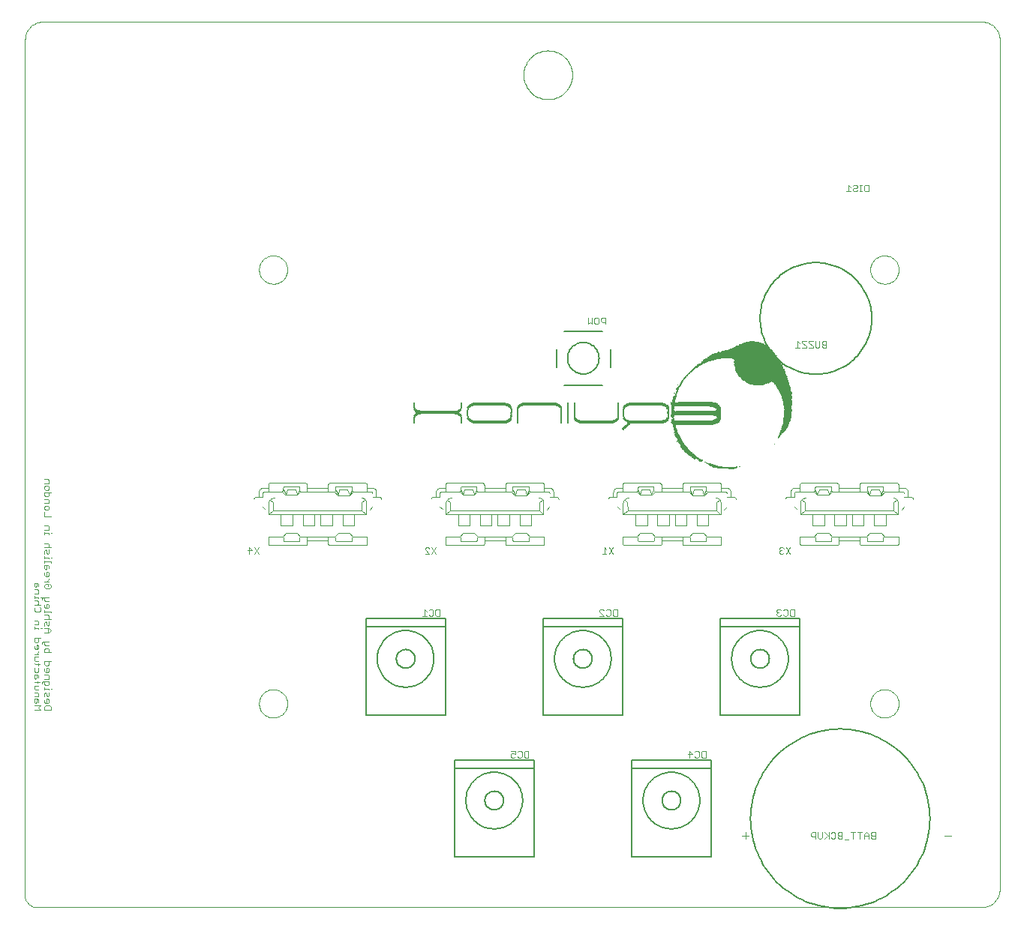
<source format=gbo>
G75*
G70*
%OFA0B0*%
%FSLAX24Y24*%
%IPPOS*%
%LPD*%
%AMOC8*
5,1,8,0,0,1.08239X$1,22.5*
%
%ADD10C,0.0000*%
%ADD11C,0.0040*%
%ADD12R,0.0060X0.0010*%
%ADD13R,0.0230X0.0010*%
%ADD14R,0.0270X0.0010*%
%ADD15R,0.0210X0.0010*%
%ADD16R,0.0320X0.0010*%
%ADD17R,0.0250X0.0010*%
%ADD18R,0.0390X0.0010*%
%ADD19R,0.0760X0.0010*%
%ADD20R,0.0890X0.0010*%
%ADD21R,0.0940X0.0010*%
%ADD22R,0.0990X0.0010*%
%ADD23R,0.0490X0.0010*%
%ADD24R,0.0160X0.0010*%
%ADD25R,0.0440X0.0010*%
%ADD26R,0.0080X0.0010*%
%ADD27R,0.0420X0.0010*%
%ADD28R,0.0090X0.0010*%
%ADD29R,0.0380X0.0010*%
%ADD30R,0.0010X0.0010*%
%ADD31R,0.0280X0.0010*%
%ADD32R,0.0200X0.0010*%
%ADD33R,0.0100X0.0010*%
%ADD34R,0.0170X0.0010*%
%ADD35R,0.0120X0.0010*%
%ADD36R,0.0150X0.0010*%
%ADD37R,0.0240X0.0010*%
%ADD38R,0.0140X0.0010*%
%ADD39R,0.0110X0.0010*%
%ADD40R,0.0040X0.0010*%
%ADD41R,0.0180X0.0010*%
%ADD42R,0.0190X0.0010*%
%ADD43R,0.0070X0.0010*%
%ADD44R,0.0260X0.0010*%
%ADD45R,0.0290X0.0010*%
%ADD46R,0.0220X0.0010*%
%ADD47R,0.0020X0.0010*%
%ADD48R,0.0030X0.0010*%
%ADD49R,0.0050X0.0010*%
%ADD50R,0.0130X0.0010*%
%ADD51R,0.1810X0.0010*%
%ADD52R,0.1830X0.0010*%
%ADD53R,0.1870X0.0010*%
%ADD54R,0.1910X0.0010*%
%ADD55R,0.1940X0.0010*%
%ADD56R,0.1270X0.0010*%
%ADD57R,0.1300X0.0010*%
%ADD58R,0.1280X0.0010*%
%ADD59R,0.1970X0.0010*%
%ADD60R,0.1370X0.0010*%
%ADD61R,0.1390X0.0010*%
%ADD62R,0.1550X0.0010*%
%ADD63R,0.2000X0.0010*%
%ADD64R,0.1430X0.0010*%
%ADD65R,0.1460X0.0010*%
%ADD66R,0.1570X0.0010*%
%ADD67R,0.2040X0.0010*%
%ADD68R,0.1510X0.0010*%
%ADD69R,0.1520X0.0010*%
%ADD70R,0.1610X0.0010*%
%ADD71R,0.2070X0.0010*%
%ADD72R,0.1580X0.0010*%
%ADD73R,0.1650X0.0010*%
%ADD74R,0.2090X0.0010*%
%ADD75R,0.1630X0.0010*%
%ADD76R,0.1690X0.0010*%
%ADD77R,0.2100X0.0010*%
%ADD78R,0.1680X0.0010*%
%ADD79R,0.1670X0.0010*%
%ADD80R,0.1720X0.0010*%
%ADD81R,0.2110X0.0010*%
%ADD82R,0.1770X0.0010*%
%ADD83R,0.2120X0.0010*%
%ADD84R,0.0300X0.0010*%
%ADD85R,0.1760X0.0010*%
%ADD86R,0.1750X0.0010*%
%ADD87R,0.1780X0.0010*%
%ADD88R,0.1800X0.0010*%
%ADD89R,0.1860X0.0010*%
%ADD90R,0.2130X0.0010*%
%ADD91R,0.0310X0.0010*%
%ADD92R,0.0330X0.0010*%
%ADD93R,0.0350X0.0010*%
%ADD94R,0.0360X0.0010*%
%ADD95R,0.0550X0.0010*%
%ADD96R,0.1960X0.0010*%
%ADD97R,0.0520X0.0010*%
%ADD98R,0.0410X0.0010*%
%ADD99R,0.2210X0.0010*%
%ADD100R,0.1930X0.0010*%
%ADD101R,0.2200X0.0010*%
%ADD102R,0.2190X0.0010*%
%ADD103R,0.1900X0.0010*%
%ADD104R,0.2180X0.0010*%
%ADD105R,0.1920X0.0010*%
%ADD106R,0.1950X0.0010*%
%ADD107R,0.0340X0.0010*%
%ADD108R,0.1980X0.0010*%
%ADD109R,0.1990X0.0010*%
%ADD110R,0.2010X0.0010*%
%ADD111R,0.2020X0.0010*%
%ADD112R,0.0460X0.0010*%
%ADD113R,0.1820X0.0010*%
%ADD114R,0.1410X0.0010*%
%ADD115R,0.0370X0.0010*%
%ADD116R,0.0930X0.0010*%
%ADD117R,0.1060X0.0010*%
%ADD118R,0.1790X0.0010*%
%ADD119R,0.1740X0.0010*%
%ADD120R,0.1700X0.0010*%
%ADD121R,0.2080X0.0010*%
%ADD122R,0.1640X0.0010*%
%ADD123R,0.2060X0.0010*%
%ADD124R,0.1590X0.0010*%
%ADD125R,0.1490X0.0010*%
%ADD126R,0.1560X0.0010*%
%ADD127R,0.1400X0.0010*%
%ADD128R,0.1480X0.0010*%
%ADD129R,0.1350X0.0010*%
%ADD130R,0.1330X0.0010*%
%ADD131R,0.0400X0.0010*%
%ADD132R,0.0430X0.0010*%
%ADD133R,0.0450X0.0010*%
%ADD134R,0.0470X0.0010*%
%ADD135R,0.0480X0.0010*%
%ADD136R,0.0500X0.0010*%
%ADD137R,0.0510X0.0010*%
%ADD138R,0.0530X0.0010*%
%ADD139R,0.0540X0.0010*%
%ADD140R,0.0560X0.0010*%
%ADD141R,0.0570X0.0010*%
%ADD142R,0.0580X0.0010*%
%ADD143R,0.0590X0.0010*%
%ADD144R,0.0600X0.0010*%
%ADD145R,0.0620X0.0010*%
%ADD146R,0.0630X0.0010*%
%ADD147R,0.0700X0.0010*%
%ADD148R,0.0640X0.0010*%
%ADD149R,0.0750X0.0010*%
%ADD150R,0.0650X0.0010*%
%ADD151R,0.0810X0.0010*%
%ADD152R,0.0850X0.0010*%
%ADD153R,0.0660X0.0010*%
%ADD154R,0.0910X0.0010*%
%ADD155R,0.0670X0.0010*%
%ADD156R,0.1010X0.0010*%
%ADD157R,0.1030X0.0010*%
%ADD158R,0.0680X0.0010*%
%ADD159R,0.1040X0.0010*%
%ADD160R,0.0690X0.0010*%
%ADD161R,0.1050X0.0010*%
%ADD162R,0.0710X0.0010*%
%ADD163R,0.1150X0.0010*%
%ADD164R,0.1180X0.0010*%
%ADD165R,0.0720X0.0010*%
%ADD166R,0.2030X0.0010*%
%ADD167R,0.2050X0.0010*%
%ADD168R,0.2140X0.0010*%
%ADD169R,0.2150X0.0010*%
%ADD170R,0.2160X0.0010*%
%ADD171R,0.2170X0.0010*%
%ADD172R,0.3130X0.0010*%
%ADD173R,0.3120X0.0010*%
%ADD174R,0.3110X0.0010*%
%ADD175R,0.3100X0.0010*%
%ADD176R,0.3080X0.0010*%
%ADD177R,0.3060X0.0010*%
%ADD178R,0.3030X0.0010*%
%ADD179R,0.3010X0.0010*%
%ADD180R,0.2990X0.0010*%
%ADD181R,0.2970X0.0010*%
%ADD182R,0.2950X0.0010*%
%ADD183R,0.2920X0.0010*%
%ADD184R,0.2910X0.0010*%
%ADD185R,0.2880X0.0010*%
%ADD186R,0.2850X0.0010*%
%ADD187R,0.2830X0.0010*%
%ADD188R,0.2800X0.0010*%
%ADD189R,0.2780X0.0010*%
%ADD190R,0.2740X0.0010*%
%ADD191R,0.2690X0.0010*%
%ADD192R,0.2630X0.0010*%
%ADD193R,0.2570X0.0010*%
%ADD194R,0.2540X0.0010*%
%ADD195R,0.2520X0.0010*%
%ADD196R,0.2500X0.0010*%
%ADD197R,0.2480X0.0010*%
%ADD198R,0.2360X0.0010*%
%ADD199R,0.2350X0.0010*%
%ADD200R,0.2310X0.0010*%
%ADD201R,0.2290X0.0010*%
%ADD202R,0.2260X0.0010*%
%ADD203R,0.2220X0.0010*%
%ADD204R,0.1530X0.0010*%
%ADD205R,0.1320X0.0010*%
%ADD206R,0.1230X0.0010*%
%ADD207R,0.1190X0.0010*%
%ADD208R,0.1160X0.0010*%
%ADD209R,0.1100X0.0010*%
%ADD210R,0.1070X0.0010*%
%ADD211R,0.1000X0.0010*%
%ADD212R,0.0960X0.0010*%
%ADD213R,0.0920X0.0010*%
%ADD214R,0.0800X0.0010*%
%ADD215C,0.0050*%
%ADD216C,0.0030*%
%ADD217C,0.0080*%
D10*
X000554Y000174D02*
X042680Y000174D01*
X042680Y000175D02*
X042734Y000177D01*
X042787Y000182D01*
X042840Y000191D01*
X042892Y000204D01*
X042944Y000220D01*
X042994Y000240D01*
X043042Y000263D01*
X043089Y000290D01*
X043134Y000319D01*
X043177Y000352D01*
X043217Y000387D01*
X043255Y000425D01*
X043290Y000465D01*
X043323Y000508D01*
X043352Y000553D01*
X043379Y000600D01*
X043402Y000648D01*
X043422Y000698D01*
X043438Y000750D01*
X043451Y000802D01*
X043460Y000855D01*
X043465Y000908D01*
X043467Y000962D01*
X043467Y038757D01*
X043465Y038811D01*
X043460Y038864D01*
X043451Y038917D01*
X043438Y038969D01*
X043422Y039021D01*
X043402Y039071D01*
X043379Y039119D01*
X043352Y039166D01*
X043323Y039211D01*
X043290Y039254D01*
X043255Y039294D01*
X043217Y039332D01*
X043177Y039367D01*
X043134Y039400D01*
X043089Y039429D01*
X043042Y039456D01*
X042994Y039479D01*
X042944Y039499D01*
X042892Y039515D01*
X042840Y039528D01*
X042787Y039537D01*
X042734Y039542D01*
X042680Y039544D01*
X000947Y039544D01*
X000893Y039542D01*
X000840Y039537D01*
X000787Y039528D01*
X000735Y039515D01*
X000683Y039499D01*
X000633Y039479D01*
X000585Y039456D01*
X000538Y039429D01*
X000493Y039400D01*
X000450Y039367D01*
X000410Y039332D01*
X000372Y039294D01*
X000337Y039254D01*
X000304Y039211D01*
X000275Y039166D01*
X000248Y039119D01*
X000225Y039071D01*
X000205Y039021D01*
X000189Y038969D01*
X000176Y038917D01*
X000167Y038864D01*
X000162Y038811D01*
X000160Y038757D01*
X000160Y000962D01*
X000161Y000962D02*
X000147Y000915D01*
X000137Y000867D01*
X000131Y000819D01*
X000129Y000770D01*
X000131Y000721D01*
X000136Y000672D01*
X000145Y000624D01*
X000158Y000577D01*
X000175Y000531D01*
X000195Y000487D01*
X000218Y000444D01*
X000245Y000403D01*
X000275Y000365D01*
X000308Y000329D01*
X000343Y000295D01*
X000382Y000265D01*
X000422Y000237D01*
X000464Y000213D01*
X000509Y000192D01*
X000554Y000175D01*
X010554Y009229D02*
X010556Y009279D01*
X010562Y009329D01*
X010572Y009378D01*
X010586Y009426D01*
X010603Y009473D01*
X010624Y009518D01*
X010649Y009562D01*
X010677Y009603D01*
X010709Y009642D01*
X010743Y009679D01*
X010780Y009713D01*
X010820Y009743D01*
X010862Y009770D01*
X010906Y009794D01*
X010952Y009815D01*
X010999Y009831D01*
X011047Y009844D01*
X011097Y009853D01*
X011146Y009858D01*
X011197Y009859D01*
X011247Y009856D01*
X011296Y009849D01*
X011345Y009838D01*
X011393Y009823D01*
X011439Y009805D01*
X011484Y009783D01*
X011527Y009757D01*
X011568Y009728D01*
X011607Y009696D01*
X011643Y009661D01*
X011675Y009623D01*
X011705Y009583D01*
X011732Y009540D01*
X011755Y009496D01*
X011774Y009450D01*
X011790Y009402D01*
X011802Y009353D01*
X011810Y009304D01*
X011814Y009254D01*
X011814Y009204D01*
X011810Y009154D01*
X011802Y009105D01*
X011790Y009056D01*
X011774Y009008D01*
X011755Y008962D01*
X011732Y008918D01*
X011705Y008875D01*
X011675Y008835D01*
X011643Y008797D01*
X011607Y008762D01*
X011568Y008730D01*
X011527Y008701D01*
X011484Y008675D01*
X011439Y008653D01*
X011393Y008635D01*
X011345Y008620D01*
X011296Y008609D01*
X011247Y008602D01*
X011197Y008599D01*
X011146Y008600D01*
X011097Y008605D01*
X011047Y008614D01*
X010999Y008627D01*
X010952Y008643D01*
X010906Y008664D01*
X010862Y008688D01*
X010820Y008715D01*
X010780Y008745D01*
X010743Y008779D01*
X010709Y008816D01*
X010677Y008855D01*
X010649Y008896D01*
X010624Y008940D01*
X010603Y008985D01*
X010586Y009032D01*
X010572Y009080D01*
X010562Y009129D01*
X010556Y009179D01*
X010554Y009229D01*
X010554Y028521D02*
X010556Y028571D01*
X010562Y028621D01*
X010572Y028670D01*
X010586Y028718D01*
X010603Y028765D01*
X010624Y028810D01*
X010649Y028854D01*
X010677Y028895D01*
X010709Y028934D01*
X010743Y028971D01*
X010780Y029005D01*
X010820Y029035D01*
X010862Y029062D01*
X010906Y029086D01*
X010952Y029107D01*
X010999Y029123D01*
X011047Y029136D01*
X011097Y029145D01*
X011146Y029150D01*
X011197Y029151D01*
X011247Y029148D01*
X011296Y029141D01*
X011345Y029130D01*
X011393Y029115D01*
X011439Y029097D01*
X011484Y029075D01*
X011527Y029049D01*
X011568Y029020D01*
X011607Y028988D01*
X011643Y028953D01*
X011675Y028915D01*
X011705Y028875D01*
X011732Y028832D01*
X011755Y028788D01*
X011774Y028742D01*
X011790Y028694D01*
X011802Y028645D01*
X011810Y028596D01*
X011814Y028546D01*
X011814Y028496D01*
X011810Y028446D01*
X011802Y028397D01*
X011790Y028348D01*
X011774Y028300D01*
X011755Y028254D01*
X011732Y028210D01*
X011705Y028167D01*
X011675Y028127D01*
X011643Y028089D01*
X011607Y028054D01*
X011568Y028022D01*
X011527Y027993D01*
X011484Y027967D01*
X011439Y027945D01*
X011393Y027927D01*
X011345Y027912D01*
X011296Y027901D01*
X011247Y027894D01*
X011197Y027891D01*
X011146Y027892D01*
X011097Y027897D01*
X011047Y027906D01*
X010999Y027919D01*
X010952Y027935D01*
X010906Y027956D01*
X010862Y027980D01*
X010820Y028007D01*
X010780Y028037D01*
X010743Y028071D01*
X010709Y028108D01*
X010677Y028147D01*
X010649Y028188D01*
X010624Y028232D01*
X010603Y028277D01*
X010586Y028324D01*
X010572Y028372D01*
X010562Y028421D01*
X010556Y028471D01*
X010554Y028521D01*
X022305Y037182D02*
X022307Y037247D01*
X022313Y037313D01*
X022323Y037377D01*
X022336Y037441D01*
X022354Y037504D01*
X022375Y037566D01*
X022400Y037626D01*
X022429Y037685D01*
X022461Y037742D01*
X022497Y037797D01*
X022535Y037850D01*
X022577Y037900D01*
X022622Y037948D01*
X022670Y037993D01*
X022720Y038035D01*
X022773Y038073D01*
X022828Y038109D01*
X022885Y038141D01*
X022944Y038170D01*
X023004Y038195D01*
X023066Y038216D01*
X023129Y038234D01*
X023193Y038247D01*
X023257Y038257D01*
X023323Y038263D01*
X023388Y038265D01*
X023453Y038263D01*
X023519Y038257D01*
X023583Y038247D01*
X023647Y038234D01*
X023710Y038216D01*
X023772Y038195D01*
X023832Y038170D01*
X023891Y038141D01*
X023948Y038109D01*
X024003Y038073D01*
X024056Y038035D01*
X024106Y037993D01*
X024154Y037948D01*
X024199Y037900D01*
X024241Y037850D01*
X024279Y037797D01*
X024315Y037742D01*
X024347Y037685D01*
X024376Y037626D01*
X024401Y037566D01*
X024422Y037504D01*
X024440Y037441D01*
X024453Y037377D01*
X024463Y037313D01*
X024469Y037247D01*
X024471Y037182D01*
X024469Y037117D01*
X024463Y037051D01*
X024453Y036987D01*
X024440Y036923D01*
X024422Y036860D01*
X024401Y036798D01*
X024376Y036738D01*
X024347Y036679D01*
X024315Y036622D01*
X024279Y036567D01*
X024241Y036514D01*
X024199Y036464D01*
X024154Y036416D01*
X024106Y036371D01*
X024056Y036329D01*
X024003Y036291D01*
X023948Y036255D01*
X023891Y036223D01*
X023832Y036194D01*
X023772Y036169D01*
X023710Y036148D01*
X023647Y036130D01*
X023583Y036117D01*
X023519Y036107D01*
X023453Y036101D01*
X023388Y036099D01*
X023323Y036101D01*
X023257Y036107D01*
X023193Y036117D01*
X023129Y036130D01*
X023066Y036148D01*
X023004Y036169D01*
X022944Y036194D01*
X022885Y036223D01*
X022828Y036255D01*
X022773Y036291D01*
X022720Y036329D01*
X022670Y036371D01*
X022622Y036416D01*
X022577Y036464D01*
X022535Y036514D01*
X022497Y036567D01*
X022461Y036622D01*
X022429Y036679D01*
X022400Y036738D01*
X022375Y036798D01*
X022354Y036860D01*
X022336Y036923D01*
X022323Y036987D01*
X022313Y037051D01*
X022307Y037117D01*
X022305Y037182D01*
X037719Y028521D02*
X037721Y028571D01*
X037727Y028621D01*
X037737Y028670D01*
X037751Y028718D01*
X037768Y028765D01*
X037789Y028810D01*
X037814Y028854D01*
X037842Y028895D01*
X037874Y028934D01*
X037908Y028971D01*
X037945Y029005D01*
X037985Y029035D01*
X038027Y029062D01*
X038071Y029086D01*
X038117Y029107D01*
X038164Y029123D01*
X038212Y029136D01*
X038262Y029145D01*
X038311Y029150D01*
X038362Y029151D01*
X038412Y029148D01*
X038461Y029141D01*
X038510Y029130D01*
X038558Y029115D01*
X038604Y029097D01*
X038649Y029075D01*
X038692Y029049D01*
X038733Y029020D01*
X038772Y028988D01*
X038808Y028953D01*
X038840Y028915D01*
X038870Y028875D01*
X038897Y028832D01*
X038920Y028788D01*
X038939Y028742D01*
X038955Y028694D01*
X038967Y028645D01*
X038975Y028596D01*
X038979Y028546D01*
X038979Y028496D01*
X038975Y028446D01*
X038967Y028397D01*
X038955Y028348D01*
X038939Y028300D01*
X038920Y028254D01*
X038897Y028210D01*
X038870Y028167D01*
X038840Y028127D01*
X038808Y028089D01*
X038772Y028054D01*
X038733Y028022D01*
X038692Y027993D01*
X038649Y027967D01*
X038604Y027945D01*
X038558Y027927D01*
X038510Y027912D01*
X038461Y027901D01*
X038412Y027894D01*
X038362Y027891D01*
X038311Y027892D01*
X038262Y027897D01*
X038212Y027906D01*
X038164Y027919D01*
X038117Y027935D01*
X038071Y027956D01*
X038027Y027980D01*
X037985Y028007D01*
X037945Y028037D01*
X037908Y028071D01*
X037874Y028108D01*
X037842Y028147D01*
X037814Y028188D01*
X037789Y028232D01*
X037768Y028277D01*
X037751Y028324D01*
X037737Y028372D01*
X037727Y028421D01*
X037721Y028471D01*
X037719Y028521D01*
X037719Y009229D02*
X037721Y009279D01*
X037727Y009329D01*
X037737Y009378D01*
X037751Y009426D01*
X037768Y009473D01*
X037789Y009518D01*
X037814Y009562D01*
X037842Y009603D01*
X037874Y009642D01*
X037908Y009679D01*
X037945Y009713D01*
X037985Y009743D01*
X038027Y009770D01*
X038071Y009794D01*
X038117Y009815D01*
X038164Y009831D01*
X038212Y009844D01*
X038262Y009853D01*
X038311Y009858D01*
X038362Y009859D01*
X038412Y009856D01*
X038461Y009849D01*
X038510Y009838D01*
X038558Y009823D01*
X038604Y009805D01*
X038649Y009783D01*
X038692Y009757D01*
X038733Y009728D01*
X038772Y009696D01*
X038808Y009661D01*
X038840Y009623D01*
X038870Y009583D01*
X038897Y009540D01*
X038920Y009496D01*
X038939Y009450D01*
X038955Y009402D01*
X038967Y009353D01*
X038975Y009304D01*
X038979Y009254D01*
X038979Y009204D01*
X038975Y009154D01*
X038967Y009105D01*
X038955Y009056D01*
X038939Y009008D01*
X038920Y008962D01*
X038897Y008918D01*
X038870Y008875D01*
X038840Y008835D01*
X038808Y008797D01*
X038772Y008762D01*
X038733Y008730D01*
X038692Y008701D01*
X038649Y008675D01*
X038604Y008653D01*
X038558Y008635D01*
X038510Y008620D01*
X038461Y008609D01*
X038412Y008602D01*
X038362Y008599D01*
X038311Y008600D01*
X038262Y008605D01*
X038212Y008614D01*
X038164Y008627D01*
X038117Y008643D01*
X038071Y008664D01*
X038027Y008688D01*
X037985Y008715D01*
X037945Y008745D01*
X037908Y008779D01*
X037874Y008816D01*
X037842Y008855D01*
X037814Y008896D01*
X037789Y008940D01*
X037768Y008985D01*
X037751Y009032D01*
X037737Y009080D01*
X037727Y009129D01*
X037721Y009179D01*
X037719Y009229D01*
D11*
X037789Y003501D02*
X037742Y003454D01*
X037742Y003407D01*
X037789Y003361D01*
X037929Y003361D01*
X037929Y003501D02*
X037789Y003501D01*
X037929Y003501D02*
X037929Y003221D01*
X037789Y003221D01*
X037742Y003267D01*
X037742Y003314D01*
X037789Y003361D01*
X037634Y003361D02*
X037448Y003361D01*
X037448Y003407D02*
X037448Y003221D01*
X037634Y003221D02*
X037634Y003407D01*
X037541Y003501D01*
X037448Y003407D01*
X037340Y003501D02*
X037153Y003501D01*
X037246Y003501D02*
X037246Y003221D01*
X036952Y003221D02*
X036952Y003501D01*
X037045Y003501D02*
X036858Y003501D01*
X036750Y003174D02*
X036564Y003174D01*
X036456Y003221D02*
X036316Y003221D01*
X036269Y003267D01*
X036269Y003314D01*
X036316Y003361D01*
X036456Y003361D01*
X036456Y003501D02*
X036316Y003501D01*
X036269Y003454D01*
X036269Y003407D01*
X036316Y003361D01*
X036161Y003454D02*
X036161Y003267D01*
X036114Y003221D01*
X036021Y003221D01*
X035974Y003267D01*
X035866Y003221D02*
X035866Y003501D01*
X035974Y003454D02*
X036021Y003501D01*
X036114Y003501D01*
X036161Y003454D01*
X036456Y003501D02*
X036456Y003221D01*
X035866Y003314D02*
X035680Y003501D01*
X035572Y003501D02*
X035572Y003267D01*
X035525Y003221D01*
X035432Y003221D01*
X035385Y003267D01*
X035385Y003501D01*
X035277Y003501D02*
X035137Y003501D01*
X035090Y003454D01*
X035090Y003361D01*
X035137Y003314D01*
X035277Y003314D01*
X035277Y003221D02*
X035277Y003501D01*
X035680Y003221D02*
X035820Y003361D01*
X032321Y003361D02*
X032014Y003361D01*
X032167Y003208D02*
X032167Y003515D01*
X041014Y003361D02*
X041321Y003361D01*
X034159Y015896D02*
X033972Y016176D01*
X033864Y016129D02*
X033817Y016176D01*
X033724Y016176D01*
X033677Y016129D01*
X033677Y016082D01*
X033724Y016036D01*
X033677Y015989D01*
X033677Y015942D01*
X033724Y015896D01*
X033817Y015896D01*
X033864Y015942D01*
X033972Y015896D02*
X034159Y016176D01*
X033771Y016036D02*
X033724Y016036D01*
X034590Y016336D02*
X034590Y016656D01*
X034590Y016648D02*
X035231Y016648D01*
X035265Y016606D01*
X035265Y016488D01*
X035264Y016488D02*
X035266Y016475D01*
X035271Y016463D01*
X035279Y016452D01*
X035290Y016444D01*
X035302Y016439D01*
X035315Y016437D01*
X035923Y016437D01*
X035936Y016438D01*
X035949Y016443D01*
X035960Y016450D01*
X035969Y016459D01*
X035976Y016470D01*
X035981Y016483D01*
X035982Y016496D01*
X035982Y016623D01*
X036015Y016656D01*
X035872Y016825D01*
X035358Y016825D01*
X035223Y016656D01*
X035147Y017145D02*
X035670Y017145D01*
X035670Y017643D01*
X036116Y017651D02*
X036125Y017651D01*
X036125Y017145D01*
X036639Y017145D01*
X036639Y017634D01*
X036909Y017643D02*
X036909Y017145D01*
X037423Y017145D01*
X037423Y017651D01*
X037887Y017651D02*
X037887Y017145D01*
X038402Y017145D01*
X038402Y017651D01*
X038747Y017811D02*
X038747Y018174D01*
X038882Y018292D01*
X038941Y018166D02*
X038941Y017660D01*
X038933Y017660D01*
X038747Y017811D01*
X034809Y017811D01*
X034801Y018174D01*
X034675Y018284D01*
X034599Y018124D02*
X034599Y017660D01*
X034809Y017811D01*
X034599Y017660D02*
X038933Y017660D01*
X039101Y017862D02*
X039203Y017972D01*
X039220Y018419D02*
X039506Y018419D01*
X039525Y018417D01*
X039544Y018412D01*
X039561Y018404D01*
X039577Y018393D01*
X039590Y018380D01*
X039601Y018364D01*
X039609Y018347D01*
X039614Y018328D01*
X039616Y018309D01*
X039380Y018427D02*
X039380Y018638D01*
X039378Y018663D01*
X039373Y018688D01*
X039364Y018712D01*
X039352Y018734D01*
X039337Y018754D01*
X039319Y018772D01*
X039299Y018787D01*
X039277Y018799D01*
X039253Y018808D01*
X039228Y018813D01*
X039203Y018815D01*
X038967Y018815D01*
X038967Y018958D01*
X038966Y018958D02*
X038964Y018974D01*
X038960Y018990D01*
X038952Y019005D01*
X038941Y019017D01*
X038929Y019028D01*
X038914Y019036D01*
X038898Y019040D01*
X038882Y019042D01*
X038882Y019043D02*
X037322Y019043D01*
X037307Y019042D01*
X037293Y019037D01*
X037280Y019030D01*
X037268Y019021D01*
X037259Y019009D01*
X037252Y018996D01*
X037247Y018982D01*
X037246Y018967D01*
X037246Y018815D01*
X036319Y018815D01*
X036310Y018941D02*
X036310Y018655D01*
X037541Y018655D01*
X037575Y018688D01*
X037575Y018866D01*
X038292Y018866D01*
X038292Y018705D01*
X038191Y018520D01*
X038199Y018511D02*
X038115Y018739D01*
X037744Y018739D01*
X037693Y018511D01*
X037584Y018714D01*
X037541Y018655D02*
X037676Y018495D01*
X038208Y018495D01*
X038343Y018655D01*
X038967Y018655D01*
X038967Y018815D01*
X038967Y018655D02*
X039144Y018655D01*
X039144Y018654D02*
X039159Y018652D01*
X039173Y018647D01*
X039186Y018639D01*
X039196Y018629D01*
X039204Y018616D01*
X039209Y018602D01*
X039211Y018587D01*
X038941Y018166D02*
X038939Y018194D01*
X038934Y018221D01*
X038925Y018247D01*
X038913Y018272D01*
X038897Y018294D01*
X038879Y018315D01*
X038858Y018333D01*
X038836Y018349D01*
X038811Y018361D01*
X038785Y018370D01*
X038758Y018375D01*
X038730Y018377D01*
X038343Y018655D02*
X038292Y018705D01*
X037246Y018655D02*
X037246Y018815D01*
X036310Y018655D02*
X036007Y018655D01*
X035965Y018714D01*
X035864Y018537D01*
X035796Y018756D01*
X035433Y018756D01*
X035358Y018511D01*
X035349Y018503D02*
X035872Y018503D01*
X036007Y018655D01*
X035965Y018714D02*
X035965Y018857D01*
X035964Y018864D01*
X035960Y018869D01*
X035955Y018873D01*
X035948Y018874D01*
X035307Y018874D01*
X035294Y018873D01*
X035281Y018868D01*
X035270Y018861D01*
X035261Y018852D01*
X035254Y018841D01*
X035249Y018828D01*
X035248Y018815D01*
X035248Y018714D01*
X035214Y018655D01*
X035214Y018655D01*
X034413Y018655D01*
X034354Y018815D02*
X034328Y018813D01*
X034302Y018807D01*
X034277Y018798D01*
X034253Y018785D01*
X034232Y018770D01*
X034213Y018751D01*
X034198Y018730D01*
X034185Y018706D01*
X034176Y018681D01*
X034170Y018655D01*
X034168Y018629D01*
X034169Y018629D02*
X034169Y018427D01*
X034034Y018419D02*
X034329Y018419D01*
X034329Y018570D01*
X034331Y018586D01*
X034335Y018602D01*
X034343Y018617D01*
X034354Y018629D01*
X034366Y018640D01*
X034381Y018648D01*
X034397Y018652D01*
X034413Y018654D01*
X034354Y018815D02*
X034590Y018815D01*
X034590Y018655D01*
X034590Y018815D02*
X034590Y018975D01*
X034591Y018975D02*
X034593Y018990D01*
X034598Y019004D01*
X034606Y019017D01*
X034616Y019027D01*
X034629Y019035D01*
X034643Y019040D01*
X034658Y019042D01*
X034658Y019043D02*
X036209Y019043D01*
X036209Y019042D02*
X036227Y019040D01*
X036244Y019036D01*
X036260Y019028D01*
X036274Y019018D01*
X036286Y019006D01*
X036296Y018992D01*
X036304Y018976D01*
X036308Y018959D01*
X036310Y018941D01*
X035358Y018554D02*
X035256Y018731D01*
X035214Y018646D02*
X035349Y018503D01*
X034852Y018377D02*
X034822Y018375D01*
X034791Y018370D01*
X034762Y018361D01*
X034734Y018348D01*
X034708Y018332D01*
X034684Y018313D01*
X034663Y018292D01*
X034644Y018268D01*
X034628Y018242D01*
X034615Y018214D01*
X034606Y018185D01*
X034601Y018154D01*
X034599Y018124D01*
X034447Y017879D02*
X034337Y017980D01*
X033950Y018334D02*
X033952Y018350D01*
X033956Y018366D01*
X033964Y018381D01*
X033975Y018393D01*
X033987Y018404D01*
X034002Y018412D01*
X034018Y018416D01*
X034034Y018418D01*
X035147Y017643D02*
X035147Y017145D01*
X034591Y016336D02*
X034593Y016321D01*
X034598Y016307D01*
X034606Y016294D01*
X034616Y016284D01*
X034629Y016276D01*
X034643Y016271D01*
X034658Y016269D01*
X034658Y016268D02*
X036243Y016268D01*
X036243Y016269D02*
X036258Y016271D01*
X036272Y016276D01*
X036285Y016284D01*
X036295Y016294D01*
X036303Y016307D01*
X036308Y016321D01*
X036310Y016336D01*
X036310Y016656D01*
X037246Y016656D01*
X037541Y016656D01*
X037575Y016623D01*
X037575Y016496D01*
X037576Y016483D01*
X037581Y016470D01*
X037588Y016459D01*
X037597Y016450D01*
X037608Y016443D01*
X037621Y016438D01*
X037634Y016437D01*
X038241Y016437D01*
X038254Y016439D01*
X038267Y016444D01*
X038277Y016452D01*
X038285Y016463D01*
X038290Y016475D01*
X038292Y016488D01*
X038292Y016606D01*
X038326Y016648D01*
X038967Y016648D01*
X038967Y016336D01*
X038966Y016336D02*
X038964Y016321D01*
X038959Y016307D01*
X038951Y016294D01*
X038941Y016284D01*
X038928Y016276D01*
X038914Y016271D01*
X038899Y016269D01*
X038899Y016268D02*
X037322Y016268D01*
X037307Y016269D01*
X037293Y016274D01*
X037280Y016281D01*
X037268Y016290D01*
X037259Y016302D01*
X037252Y016315D01*
X037247Y016329D01*
X037246Y016344D01*
X037246Y016496D01*
X037246Y016656D01*
X037246Y016496D02*
X036319Y016496D01*
X036310Y016656D02*
X036015Y016656D01*
X037541Y016656D02*
X037685Y016825D01*
X038199Y016825D01*
X038334Y016656D01*
X031742Y018309D02*
X031740Y018328D01*
X031735Y018347D01*
X031727Y018364D01*
X031716Y018380D01*
X031703Y018393D01*
X031687Y018404D01*
X031670Y018412D01*
X031651Y018417D01*
X031632Y018419D01*
X031346Y018419D01*
X031506Y018427D02*
X031506Y018638D01*
X031504Y018663D01*
X031499Y018688D01*
X031490Y018712D01*
X031478Y018734D01*
X031463Y018754D01*
X031445Y018772D01*
X031425Y018787D01*
X031403Y018799D01*
X031379Y018808D01*
X031354Y018813D01*
X031329Y018815D01*
X031093Y018815D01*
X031093Y018958D01*
X031092Y018958D02*
X031090Y018974D01*
X031086Y018990D01*
X031078Y019005D01*
X031067Y019017D01*
X031055Y019028D01*
X031040Y019036D01*
X031024Y019040D01*
X031008Y019042D01*
X031008Y019043D02*
X029448Y019043D01*
X029433Y019042D01*
X029419Y019037D01*
X029406Y019030D01*
X029394Y019021D01*
X029385Y019009D01*
X029378Y018996D01*
X029373Y018982D01*
X029372Y018967D01*
X029372Y018815D01*
X028445Y018815D01*
X028436Y018941D02*
X028436Y018655D01*
X029667Y018655D01*
X029701Y018688D01*
X029701Y018866D01*
X030418Y018866D01*
X030418Y018705D01*
X030317Y018520D01*
X030325Y018511D02*
X030241Y018739D01*
X029870Y018739D01*
X029819Y018511D01*
X029710Y018714D01*
X029667Y018655D02*
X029802Y018495D01*
X030334Y018495D01*
X030469Y018655D01*
X031093Y018655D01*
X031093Y018815D01*
X031093Y018655D02*
X031270Y018655D01*
X031270Y018654D02*
X031285Y018652D01*
X031299Y018647D01*
X031312Y018639D01*
X031322Y018629D01*
X031330Y018616D01*
X031335Y018602D01*
X031337Y018587D01*
X031008Y018292D02*
X030873Y018174D01*
X030873Y017811D01*
X031059Y017660D01*
X031067Y017660D01*
X031067Y018166D01*
X031065Y018194D01*
X031060Y018221D01*
X031051Y018247D01*
X031039Y018272D01*
X031023Y018294D01*
X031005Y018315D01*
X030984Y018333D01*
X030962Y018349D01*
X030937Y018361D01*
X030911Y018370D01*
X030884Y018375D01*
X030856Y018377D01*
X030469Y018655D02*
X030418Y018705D01*
X030873Y017811D02*
X026935Y017811D01*
X026927Y018174D01*
X026801Y018284D01*
X026725Y018124D02*
X026725Y017660D01*
X026935Y017811D01*
X026725Y017660D02*
X031059Y017660D01*
X031227Y017862D02*
X031329Y017972D01*
X030528Y017651D02*
X030528Y017145D01*
X030013Y017145D01*
X030013Y017651D01*
X029549Y017651D02*
X029549Y017145D01*
X029035Y017145D01*
X029035Y017643D01*
X028765Y017634D02*
X028765Y017145D01*
X028251Y017145D01*
X028251Y017651D01*
X028242Y017651D01*
X027796Y017643D02*
X027796Y017145D01*
X027273Y017145D01*
X027273Y017643D01*
X026725Y018124D02*
X026727Y018154D01*
X026732Y018185D01*
X026741Y018214D01*
X026754Y018242D01*
X026770Y018268D01*
X026789Y018292D01*
X026810Y018313D01*
X026834Y018332D01*
X026860Y018348D01*
X026888Y018361D01*
X026917Y018370D01*
X026948Y018375D01*
X026978Y018377D01*
X026716Y018655D02*
X026716Y018815D01*
X026480Y018815D01*
X026539Y018655D02*
X027340Y018655D01*
X027374Y018714D01*
X027374Y018815D01*
X027375Y018828D01*
X027380Y018841D01*
X027387Y018852D01*
X027396Y018861D01*
X027407Y018868D01*
X027420Y018873D01*
X027433Y018874D01*
X028074Y018874D01*
X028081Y018873D01*
X028086Y018869D01*
X028090Y018864D01*
X028091Y018857D01*
X028091Y018714D01*
X027989Y018537D01*
X027922Y018756D01*
X027559Y018756D01*
X027484Y018511D01*
X027475Y018503D02*
X027998Y018503D01*
X028133Y018655D01*
X028091Y018714D01*
X028133Y018655D02*
X028436Y018655D01*
X028436Y018941D02*
X028434Y018959D01*
X028430Y018976D01*
X028422Y018992D01*
X028412Y019006D01*
X028400Y019018D01*
X028386Y019028D01*
X028370Y019036D01*
X028353Y019040D01*
X028335Y019042D01*
X028335Y019043D02*
X026784Y019043D01*
X026784Y019042D02*
X026769Y019040D01*
X026755Y019035D01*
X026742Y019027D01*
X026732Y019017D01*
X026724Y019004D01*
X026719Y018990D01*
X026717Y018975D01*
X026716Y018975D02*
X026716Y018815D01*
X026480Y018815D02*
X026454Y018813D01*
X026428Y018807D01*
X026403Y018798D01*
X026379Y018785D01*
X026358Y018770D01*
X026339Y018751D01*
X026324Y018730D01*
X026311Y018706D01*
X026302Y018681D01*
X026296Y018655D01*
X026294Y018629D01*
X026295Y018629D02*
X026295Y018427D01*
X026160Y018419D02*
X026455Y018419D01*
X026455Y018570D01*
X026457Y018586D01*
X026461Y018602D01*
X026469Y018617D01*
X026480Y018629D01*
X026492Y018640D01*
X026507Y018648D01*
X026523Y018652D01*
X026539Y018654D01*
X026160Y018418D02*
X026144Y018416D01*
X026128Y018412D01*
X026113Y018404D01*
X026101Y018393D01*
X026090Y018381D01*
X026082Y018366D01*
X026078Y018350D01*
X026076Y018334D01*
X026463Y017980D02*
X026573Y017879D01*
X027340Y018646D02*
X027475Y018503D01*
X027484Y018554D02*
X027382Y018731D01*
X027340Y018655D02*
X027340Y018655D01*
X027484Y016825D02*
X027349Y016656D01*
X027357Y016648D02*
X027391Y016606D01*
X027391Y016488D01*
X027390Y016488D02*
X027392Y016475D01*
X027397Y016463D01*
X027405Y016452D01*
X027416Y016444D01*
X027428Y016439D01*
X027441Y016437D01*
X028049Y016437D01*
X028062Y016438D01*
X028075Y016443D01*
X028086Y016450D01*
X028095Y016459D01*
X028102Y016470D01*
X028107Y016483D01*
X028108Y016496D01*
X028108Y016623D01*
X028141Y016656D01*
X027998Y016825D01*
X027484Y016825D01*
X027357Y016648D02*
X026716Y016648D01*
X026716Y016656D02*
X026716Y016336D01*
X026717Y016336D02*
X026719Y016321D01*
X026724Y016307D01*
X026732Y016294D01*
X026742Y016284D01*
X026755Y016276D01*
X026769Y016271D01*
X026784Y016269D01*
X026784Y016268D02*
X028369Y016268D01*
X028369Y016269D02*
X028384Y016271D01*
X028398Y016276D01*
X028411Y016284D01*
X028421Y016294D01*
X028429Y016307D01*
X028434Y016321D01*
X028436Y016336D01*
X028436Y016656D01*
X029372Y016656D01*
X029667Y016656D01*
X029701Y016623D01*
X029701Y016496D01*
X029702Y016483D01*
X029707Y016470D01*
X029714Y016459D01*
X029723Y016450D01*
X029734Y016443D01*
X029747Y016438D01*
X029760Y016437D01*
X030367Y016437D01*
X030380Y016439D01*
X030393Y016444D01*
X030403Y016452D01*
X030411Y016463D01*
X030416Y016475D01*
X030418Y016488D01*
X030418Y016606D01*
X030452Y016648D01*
X031093Y016648D01*
X031093Y016336D01*
X031092Y016336D02*
X031090Y016321D01*
X031085Y016307D01*
X031077Y016294D01*
X031067Y016284D01*
X031054Y016276D01*
X031040Y016271D01*
X031025Y016269D01*
X031025Y016268D02*
X029448Y016268D01*
X029433Y016269D01*
X029419Y016274D01*
X029406Y016281D01*
X029394Y016290D01*
X029385Y016302D01*
X029378Y016315D01*
X029373Y016329D01*
X029372Y016344D01*
X029372Y016496D01*
X029372Y016656D01*
X029372Y016496D02*
X028445Y016496D01*
X028436Y016656D02*
X028141Y016656D01*
X029667Y016656D02*
X029811Y016825D01*
X030325Y016825D01*
X030460Y016656D01*
X029372Y018655D02*
X029372Y018815D01*
X026285Y016176D02*
X026098Y015896D01*
X025990Y015896D02*
X025803Y015896D01*
X025897Y015896D02*
X025897Y016176D01*
X025990Y016082D01*
X026098Y016176D02*
X026285Y015896D01*
X023868Y018309D02*
X023866Y018328D01*
X023861Y018347D01*
X023853Y018364D01*
X023842Y018380D01*
X023829Y018393D01*
X023813Y018404D01*
X023796Y018412D01*
X023777Y018417D01*
X023758Y018419D01*
X023471Y018419D01*
X023632Y018427D02*
X023632Y018638D01*
X023630Y018663D01*
X023625Y018688D01*
X023616Y018712D01*
X023604Y018734D01*
X023589Y018754D01*
X023571Y018772D01*
X023551Y018787D01*
X023529Y018799D01*
X023505Y018808D01*
X023480Y018813D01*
X023455Y018815D01*
X023219Y018815D01*
X023219Y018958D01*
X023218Y018958D02*
X023216Y018974D01*
X023212Y018990D01*
X023204Y019005D01*
X023193Y019017D01*
X023181Y019028D01*
X023166Y019036D01*
X023150Y019040D01*
X023134Y019042D01*
X023134Y019043D02*
X021574Y019043D01*
X021559Y019042D01*
X021545Y019037D01*
X021532Y019030D01*
X021520Y019021D01*
X021511Y019009D01*
X021504Y018996D01*
X021499Y018982D01*
X021498Y018967D01*
X021498Y018815D01*
X020571Y018815D01*
X020562Y018941D02*
X020562Y018655D01*
X021793Y018655D01*
X021827Y018688D01*
X021827Y018866D01*
X022544Y018866D01*
X022544Y018705D01*
X022443Y018520D01*
X022451Y018511D02*
X022367Y018739D01*
X021996Y018739D01*
X021945Y018511D01*
X021836Y018714D01*
X021793Y018655D02*
X021928Y018495D01*
X022460Y018495D01*
X022595Y018655D01*
X023219Y018655D01*
X023219Y018815D01*
X023219Y018655D02*
X023396Y018655D01*
X023396Y018654D02*
X023411Y018652D01*
X023425Y018647D01*
X023438Y018639D01*
X023448Y018629D01*
X023456Y018616D01*
X023461Y018602D01*
X023463Y018587D01*
X023134Y018292D02*
X022999Y018174D01*
X022999Y017811D01*
X023185Y017660D01*
X023193Y017660D01*
X023193Y018166D01*
X023191Y018194D01*
X023186Y018221D01*
X023177Y018247D01*
X023165Y018272D01*
X023149Y018294D01*
X023131Y018315D01*
X023110Y018333D01*
X023088Y018349D01*
X023063Y018361D01*
X023037Y018370D01*
X023010Y018375D01*
X022982Y018377D01*
X022595Y018655D02*
X022544Y018705D01*
X022999Y017811D02*
X019061Y017811D01*
X019053Y018174D01*
X018926Y018284D01*
X018851Y018124D02*
X018851Y017660D01*
X019061Y017811D01*
X018851Y017660D02*
X023185Y017660D01*
X023353Y017862D02*
X023455Y017972D01*
X022654Y017651D02*
X022654Y017145D01*
X022139Y017145D01*
X022139Y017651D01*
X021675Y017651D02*
X021675Y017145D01*
X021161Y017145D01*
X021161Y017643D01*
X020891Y017634D02*
X020891Y017145D01*
X020377Y017145D01*
X020377Y017651D01*
X020368Y017651D01*
X019921Y017643D02*
X019921Y017145D01*
X019399Y017145D01*
X019399Y017643D01*
X018851Y018124D02*
X018853Y018154D01*
X018858Y018185D01*
X018867Y018214D01*
X018880Y018242D01*
X018896Y018268D01*
X018915Y018292D01*
X018936Y018313D01*
X018960Y018332D01*
X018986Y018348D01*
X019014Y018361D01*
X019043Y018370D01*
X019074Y018375D01*
X019104Y018377D01*
X018842Y018655D02*
X018842Y018815D01*
X018606Y018815D01*
X018665Y018655D02*
X019466Y018655D01*
X019500Y018714D01*
X019500Y018815D01*
X019501Y018828D01*
X019506Y018841D01*
X019513Y018852D01*
X019522Y018861D01*
X019533Y018868D01*
X019546Y018873D01*
X019559Y018874D01*
X020200Y018874D01*
X020207Y018873D01*
X020212Y018869D01*
X020216Y018864D01*
X020217Y018857D01*
X020217Y018714D01*
X020115Y018537D01*
X020048Y018756D01*
X019685Y018756D01*
X019610Y018511D01*
X019601Y018503D02*
X020124Y018503D01*
X020259Y018655D01*
X020217Y018714D01*
X020259Y018655D02*
X020562Y018655D01*
X020562Y018941D02*
X020560Y018959D01*
X020556Y018976D01*
X020548Y018992D01*
X020538Y019006D01*
X020526Y019018D01*
X020512Y019028D01*
X020496Y019036D01*
X020479Y019040D01*
X020461Y019042D01*
X020461Y019043D02*
X018910Y019043D01*
X018910Y019042D02*
X018895Y019040D01*
X018881Y019035D01*
X018868Y019027D01*
X018858Y019017D01*
X018850Y019004D01*
X018845Y018990D01*
X018843Y018975D01*
X018842Y018975D02*
X018842Y018815D01*
X018606Y018815D02*
X018580Y018813D01*
X018554Y018807D01*
X018529Y018798D01*
X018505Y018785D01*
X018484Y018770D01*
X018465Y018751D01*
X018450Y018730D01*
X018437Y018706D01*
X018428Y018681D01*
X018422Y018655D01*
X018420Y018629D01*
X018421Y018629D02*
X018421Y018427D01*
X018286Y018419D02*
X018581Y018419D01*
X018581Y018570D01*
X018583Y018586D01*
X018587Y018602D01*
X018595Y018617D01*
X018606Y018629D01*
X018618Y018640D01*
X018633Y018648D01*
X018649Y018652D01*
X018665Y018654D01*
X018286Y018418D02*
X018270Y018416D01*
X018254Y018412D01*
X018239Y018404D01*
X018227Y018393D01*
X018216Y018381D01*
X018208Y018366D01*
X018204Y018350D01*
X018202Y018334D01*
X018589Y017980D02*
X018699Y017879D01*
X019466Y018646D02*
X019601Y018503D01*
X019610Y018554D02*
X019508Y018731D01*
X019466Y018655D02*
X019466Y018655D01*
X019610Y016825D02*
X019475Y016656D01*
X019483Y016648D02*
X019517Y016606D01*
X019517Y016488D01*
X019516Y016488D02*
X019518Y016475D01*
X019523Y016463D01*
X019531Y016452D01*
X019542Y016444D01*
X019554Y016439D01*
X019567Y016437D01*
X020174Y016437D01*
X020187Y016438D01*
X020200Y016443D01*
X020211Y016450D01*
X020220Y016459D01*
X020227Y016470D01*
X020232Y016483D01*
X020233Y016496D01*
X020234Y016496D02*
X020234Y016623D01*
X020267Y016656D01*
X020124Y016825D01*
X019610Y016825D01*
X019483Y016648D02*
X018842Y016648D01*
X018842Y016656D02*
X018842Y016336D01*
X018843Y016336D02*
X018845Y016321D01*
X018850Y016307D01*
X018858Y016294D01*
X018868Y016284D01*
X018881Y016276D01*
X018895Y016271D01*
X018910Y016269D01*
X018910Y016268D02*
X020495Y016268D01*
X020495Y016269D02*
X020510Y016271D01*
X020524Y016276D01*
X020537Y016284D01*
X020547Y016294D01*
X020555Y016307D01*
X020560Y016321D01*
X020562Y016336D01*
X020562Y016656D01*
X021498Y016656D01*
X021793Y016656D01*
X021827Y016623D01*
X021827Y016496D01*
X021828Y016483D01*
X021833Y016470D01*
X021840Y016459D01*
X021849Y016450D01*
X021860Y016443D01*
X021873Y016438D01*
X021886Y016437D01*
X022493Y016437D01*
X022506Y016439D01*
X022519Y016444D01*
X022529Y016452D01*
X022537Y016463D01*
X022542Y016475D01*
X022544Y016488D01*
X022544Y016606D01*
X022578Y016648D01*
X023219Y016648D01*
X023219Y016336D01*
X023218Y016336D02*
X023216Y016321D01*
X023211Y016307D01*
X023203Y016294D01*
X023193Y016284D01*
X023180Y016276D01*
X023166Y016271D01*
X023151Y016269D01*
X023151Y016268D02*
X021574Y016268D01*
X021559Y016269D01*
X021545Y016274D01*
X021532Y016281D01*
X021520Y016290D01*
X021511Y016302D01*
X021504Y016315D01*
X021499Y016329D01*
X021498Y016344D01*
X021498Y016496D01*
X021498Y016656D01*
X021498Y016496D02*
X020571Y016496D01*
X020562Y016656D02*
X020267Y016656D01*
X021793Y016656D02*
X021937Y016825D01*
X022451Y016825D01*
X022586Y016656D01*
X021498Y018655D02*
X021498Y018815D01*
X018411Y016176D02*
X018224Y015896D01*
X018116Y015896D02*
X017929Y016082D01*
X017929Y016129D01*
X017976Y016176D01*
X018069Y016176D01*
X018116Y016129D01*
X018224Y016176D02*
X018411Y015896D01*
X018116Y015896D02*
X017929Y015896D01*
X015345Y016336D02*
X015345Y016648D01*
X014704Y016648D01*
X014670Y016606D01*
X014670Y016488D01*
X014668Y016475D01*
X014663Y016463D01*
X014655Y016452D01*
X014645Y016444D01*
X014632Y016439D01*
X014619Y016437D01*
X014012Y016437D01*
X013999Y016438D01*
X013986Y016443D01*
X013975Y016450D01*
X013966Y016459D01*
X013959Y016470D01*
X013954Y016483D01*
X013953Y016496D01*
X013953Y016623D01*
X013919Y016656D01*
X014063Y016825D01*
X014577Y016825D01*
X014712Y016656D01*
X014780Y017145D02*
X014265Y017145D01*
X014265Y017651D01*
X013801Y017651D02*
X013801Y017145D01*
X013287Y017145D01*
X013287Y017643D01*
X013017Y017634D02*
X013017Y017145D01*
X012503Y017145D01*
X012503Y017651D01*
X012494Y017651D01*
X012047Y017643D02*
X012047Y017145D01*
X011525Y017145D01*
X011525Y017643D01*
X011187Y017811D02*
X015125Y017811D01*
X015125Y018174D01*
X015260Y018292D01*
X015319Y018166D02*
X015319Y017660D01*
X015311Y017660D01*
X015125Y017811D01*
X015311Y017660D02*
X010977Y017660D01*
X011187Y017811D01*
X011179Y018174D01*
X011052Y018284D01*
X010977Y018124D02*
X010977Y017660D01*
X010825Y017879D02*
X010715Y017980D01*
X010707Y018419D02*
X010412Y018419D01*
X010412Y018418D02*
X010396Y018416D01*
X010380Y018412D01*
X010365Y018404D01*
X010353Y018393D01*
X010342Y018381D01*
X010334Y018366D01*
X010330Y018350D01*
X010328Y018334D01*
X010547Y018427D02*
X010547Y018629D01*
X010707Y018570D02*
X010707Y018419D01*
X010707Y018570D02*
X010709Y018586D01*
X010713Y018602D01*
X010721Y018617D01*
X010732Y018629D01*
X010744Y018640D01*
X010759Y018648D01*
X010775Y018652D01*
X010791Y018654D01*
X010791Y018655D02*
X011592Y018655D01*
X011626Y018714D01*
X011626Y018815D01*
X011627Y018828D01*
X011632Y018841D01*
X011639Y018852D01*
X011648Y018861D01*
X011659Y018868D01*
X011672Y018873D01*
X011685Y018874D01*
X012326Y018874D01*
X012333Y018873D01*
X012338Y018869D01*
X012342Y018864D01*
X012343Y018857D01*
X012343Y018714D01*
X012241Y018537D01*
X012174Y018756D01*
X011811Y018756D01*
X011736Y018511D01*
X011727Y018503D02*
X012250Y018503D01*
X012385Y018655D01*
X012343Y018714D01*
X012385Y018655D02*
X012688Y018655D01*
X013919Y018655D01*
X013953Y018688D01*
X013953Y018866D01*
X014670Y018866D01*
X014670Y018705D01*
X014569Y018520D01*
X014577Y018511D02*
X014493Y018739D01*
X014122Y018739D01*
X014071Y018511D01*
X013962Y018714D01*
X013919Y018655D02*
X014054Y018495D01*
X014586Y018495D01*
X014721Y018655D01*
X015345Y018655D01*
X015345Y018815D01*
X015581Y018815D01*
X015522Y018655D02*
X015345Y018655D01*
X015345Y018815D02*
X015345Y018958D01*
X015344Y018958D02*
X015342Y018974D01*
X015338Y018990D01*
X015330Y019005D01*
X015319Y019017D01*
X015307Y019028D01*
X015292Y019036D01*
X015276Y019040D01*
X015260Y019042D01*
X015260Y019043D02*
X013700Y019043D01*
X013685Y019042D01*
X013671Y019037D01*
X013658Y019030D01*
X013646Y019021D01*
X013637Y019009D01*
X013630Y018996D01*
X013625Y018982D01*
X013624Y018967D01*
X013624Y018815D01*
X012697Y018815D01*
X012688Y018941D02*
X012688Y018655D01*
X012688Y018941D02*
X012686Y018959D01*
X012682Y018976D01*
X012674Y018992D01*
X012664Y019006D01*
X012652Y019018D01*
X012638Y019028D01*
X012622Y019036D01*
X012605Y019040D01*
X012587Y019042D01*
X012587Y019043D02*
X011036Y019043D01*
X011036Y019042D02*
X011021Y019040D01*
X011007Y019035D01*
X010994Y019027D01*
X010984Y019017D01*
X010976Y019004D01*
X010971Y018990D01*
X010969Y018975D01*
X010968Y018975D02*
X010968Y018815D01*
X010732Y018815D01*
X010706Y018813D01*
X010680Y018807D01*
X010655Y018798D01*
X010631Y018785D01*
X010610Y018770D01*
X010591Y018751D01*
X010576Y018730D01*
X010563Y018706D01*
X010554Y018681D01*
X010548Y018655D01*
X010546Y018629D01*
X010968Y018655D02*
X010968Y018815D01*
X011592Y018655D02*
X011592Y018655D01*
X011592Y018646D02*
X011727Y018503D01*
X011736Y018554D02*
X011634Y018731D01*
X011230Y018377D02*
X011200Y018375D01*
X011169Y018370D01*
X011140Y018361D01*
X011112Y018348D01*
X011086Y018332D01*
X011062Y018313D01*
X011041Y018292D01*
X011022Y018268D01*
X011006Y018242D01*
X010993Y018214D01*
X010984Y018185D01*
X010979Y018154D01*
X010977Y018124D01*
X010968Y016656D02*
X010968Y016336D01*
X010969Y016336D02*
X010971Y016321D01*
X010976Y016307D01*
X010984Y016294D01*
X010994Y016284D01*
X011007Y016276D01*
X011021Y016271D01*
X011036Y016269D01*
X011036Y016268D02*
X012621Y016268D01*
X012621Y016269D02*
X012636Y016271D01*
X012650Y016276D01*
X012663Y016284D01*
X012673Y016294D01*
X012681Y016307D01*
X012686Y016321D01*
X012688Y016336D01*
X012688Y016656D01*
X013624Y016656D01*
X013919Y016656D01*
X013624Y016656D02*
X013624Y016496D01*
X013624Y016344D01*
X013625Y016329D01*
X013630Y016315D01*
X013637Y016302D01*
X013646Y016290D01*
X013658Y016281D01*
X013671Y016274D01*
X013685Y016269D01*
X013700Y016268D01*
X015277Y016268D01*
X015277Y016269D02*
X015292Y016271D01*
X015306Y016276D01*
X015319Y016284D01*
X015329Y016294D01*
X015337Y016307D01*
X015342Y016321D01*
X015344Y016336D01*
X014780Y017145D02*
X014780Y017651D01*
X015319Y018166D02*
X015317Y018194D01*
X015312Y018221D01*
X015303Y018247D01*
X015291Y018272D01*
X015275Y018294D01*
X015257Y018315D01*
X015236Y018333D01*
X015214Y018349D01*
X015189Y018361D01*
X015163Y018370D01*
X015136Y018375D01*
X015108Y018377D01*
X015522Y018654D02*
X015537Y018652D01*
X015551Y018647D01*
X015564Y018639D01*
X015574Y018629D01*
X015582Y018616D01*
X015587Y018602D01*
X015589Y018587D01*
X015758Y018638D02*
X015756Y018663D01*
X015751Y018688D01*
X015742Y018712D01*
X015730Y018734D01*
X015715Y018754D01*
X015697Y018772D01*
X015677Y018787D01*
X015655Y018799D01*
X015631Y018808D01*
X015606Y018813D01*
X015581Y018815D01*
X015758Y018638D02*
X015758Y018427D01*
X015884Y018419D02*
X015597Y018419D01*
X015884Y018419D02*
X015903Y018417D01*
X015922Y018412D01*
X015939Y018404D01*
X015955Y018393D01*
X015968Y018380D01*
X015979Y018364D01*
X015987Y018347D01*
X015992Y018328D01*
X015994Y018309D01*
X015581Y017972D02*
X015479Y017862D01*
X014721Y018655D02*
X014670Y018705D01*
X013624Y018655D02*
X013624Y018815D01*
X013624Y016496D02*
X012697Y016496D01*
X012688Y016656D02*
X012393Y016656D01*
X012359Y016623D01*
X012359Y016496D01*
X012358Y016483D01*
X012353Y016470D01*
X012346Y016459D01*
X012337Y016450D01*
X012326Y016443D01*
X012313Y016438D01*
X012300Y016437D01*
X011693Y016437D01*
X011680Y016439D01*
X011668Y016444D01*
X011657Y016452D01*
X011649Y016463D01*
X011644Y016475D01*
X011642Y016488D01*
X011643Y016488D02*
X011643Y016606D01*
X011609Y016648D01*
X010968Y016648D01*
X011601Y016656D02*
X011736Y016825D01*
X012250Y016825D01*
X012393Y016656D01*
X010537Y016176D02*
X010350Y015896D01*
X010242Y016036D02*
X010055Y016036D01*
X010102Y015896D02*
X010102Y016176D01*
X010242Y016036D01*
X010350Y016176D02*
X010537Y015896D01*
X001349Y015729D02*
X001302Y015729D01*
X001209Y015729D02*
X001022Y015729D01*
X001022Y015775D02*
X001022Y015682D01*
X001022Y015579D02*
X001022Y015486D01*
X001022Y015532D02*
X001302Y015532D01*
X001302Y015486D01*
X001162Y015378D02*
X001022Y015378D01*
X001022Y015238D01*
X001068Y015191D01*
X001115Y015238D01*
X001115Y015378D01*
X001162Y015378D02*
X001209Y015331D01*
X001209Y015238D01*
X001162Y015083D02*
X001115Y015083D01*
X001115Y014896D01*
X001068Y014896D02*
X001162Y014896D01*
X001209Y014943D01*
X001209Y015036D01*
X001162Y015083D01*
X001022Y015036D02*
X001022Y014943D01*
X001068Y014896D01*
X001209Y014791D02*
X001209Y014744D01*
X001115Y014651D01*
X001022Y014651D02*
X001209Y014651D01*
X001255Y014543D02*
X001302Y014496D01*
X001302Y014403D01*
X001255Y014356D01*
X001068Y014356D01*
X001022Y014403D01*
X001022Y014496D01*
X001068Y014543D01*
X001162Y014543D01*
X001162Y014449D01*
X000761Y014452D02*
X000761Y014545D01*
X000714Y014592D01*
X000574Y014592D01*
X000574Y014452D01*
X000620Y014405D01*
X000667Y014452D01*
X000667Y014592D01*
X000714Y014297D02*
X000574Y014297D01*
X000714Y014297D02*
X000761Y014251D01*
X000761Y014110D01*
X000574Y014110D01*
X000574Y014007D02*
X000574Y013914D01*
X000574Y013961D02*
X000761Y013961D01*
X000761Y013914D01*
X000854Y013961D02*
X000901Y013961D01*
X000928Y013907D02*
X000928Y013860D01*
X000928Y013907D02*
X000975Y013954D01*
X001209Y013954D01*
X001209Y013767D02*
X001068Y013767D01*
X001022Y013813D01*
X001022Y013954D01*
X001115Y013659D02*
X001115Y013472D01*
X001068Y013472D02*
X001162Y013472D01*
X001209Y013519D01*
X001209Y013612D01*
X001162Y013659D01*
X001115Y013659D01*
X001022Y013612D02*
X001022Y013519D01*
X001068Y013472D01*
X001022Y013369D02*
X001022Y013276D01*
X001022Y013322D02*
X001302Y013322D01*
X001302Y013276D01*
X001162Y013168D02*
X001022Y013168D01*
X001162Y013168D02*
X001209Y013121D01*
X001209Y013028D01*
X001162Y012981D01*
X001209Y012873D02*
X001209Y012733D01*
X001162Y012686D01*
X001115Y012733D01*
X001115Y012826D01*
X001068Y012873D01*
X001022Y012826D01*
X001022Y012686D01*
X001022Y012578D02*
X001209Y012578D01*
X001302Y012485D01*
X001209Y012392D01*
X001022Y012392D01*
X001162Y012392D02*
X001162Y012578D01*
X000901Y012586D02*
X000854Y012586D01*
X000761Y012586D02*
X000574Y012586D01*
X000574Y012632D02*
X000574Y012539D01*
X000761Y012539D02*
X000761Y012586D01*
X000761Y012735D02*
X000761Y012876D01*
X000714Y012922D01*
X000574Y012922D01*
X000574Y012735D02*
X000761Y012735D01*
X001022Y012981D02*
X001302Y012981D01*
X000854Y013371D02*
X000807Y013325D01*
X000620Y013325D01*
X000574Y013371D01*
X000574Y013465D01*
X000620Y013512D01*
X000574Y013619D02*
X000854Y013619D01*
X000761Y013666D02*
X000761Y013759D01*
X000714Y013806D01*
X000574Y013806D01*
X000714Y013619D02*
X000761Y013666D01*
X000807Y013512D02*
X000854Y013465D01*
X000854Y013371D01*
X000854Y012137D02*
X000574Y012137D01*
X000574Y011996D01*
X000620Y011950D01*
X000714Y011950D01*
X000761Y011996D01*
X000761Y012137D01*
X000928Y011942D02*
X000928Y011896D01*
X000928Y011942D02*
X000975Y011989D01*
X001209Y011989D01*
X001209Y011802D02*
X001068Y011802D01*
X001022Y011849D01*
X001022Y011989D01*
X001068Y011695D02*
X001162Y011695D01*
X001209Y011648D01*
X001209Y011508D01*
X001302Y011508D02*
X001022Y011508D01*
X001022Y011648D01*
X001068Y011695D01*
X000761Y011702D02*
X000761Y011795D01*
X000714Y011842D01*
X000667Y011842D01*
X000667Y011655D01*
X000620Y011655D02*
X000714Y011655D01*
X000761Y011702D01*
X000620Y011655D02*
X000574Y011702D01*
X000574Y011795D01*
X000761Y011550D02*
X000761Y011503D01*
X000667Y011409D01*
X000574Y011409D02*
X000761Y011409D01*
X000761Y011302D02*
X000574Y011302D01*
X000574Y011162D01*
X000620Y011115D01*
X000761Y011115D01*
X000761Y011012D02*
X000761Y010918D01*
X000807Y010965D02*
X000620Y010965D01*
X000574Y011012D01*
X000574Y010811D02*
X000574Y010670D01*
X000620Y010624D01*
X000714Y010624D01*
X000761Y010670D01*
X000761Y010811D01*
X001022Y010764D02*
X001022Y010670D01*
X001068Y010624D01*
X001162Y010624D01*
X001209Y010670D01*
X001209Y010764D01*
X001162Y010811D01*
X001115Y010811D01*
X001115Y010624D01*
X001162Y010516D02*
X001022Y010516D01*
X001162Y010516D02*
X001209Y010469D01*
X001209Y010329D01*
X001022Y010329D01*
X001022Y010221D02*
X001022Y010081D01*
X001068Y010034D01*
X001162Y010034D01*
X001209Y010081D01*
X001209Y010221D01*
X000975Y010221D01*
X000928Y010175D01*
X000928Y010128D01*
X000854Y010226D02*
X000807Y010179D01*
X000574Y010179D01*
X000714Y010133D02*
X000714Y010226D01*
X000620Y010329D02*
X000667Y010376D01*
X000667Y010516D01*
X000714Y010516D02*
X000574Y010516D01*
X000574Y010376D01*
X000620Y010329D01*
X000761Y010376D02*
X000761Y010469D01*
X000714Y010516D01*
X000761Y010025D02*
X000574Y010025D01*
X000574Y009885D01*
X000620Y009838D01*
X000761Y009838D01*
X000714Y009730D02*
X000574Y009730D01*
X000714Y009730D02*
X000761Y009683D01*
X000761Y009543D01*
X000574Y009543D01*
X000574Y009436D02*
X000574Y009295D01*
X000620Y009249D01*
X000667Y009295D01*
X000667Y009436D01*
X000714Y009436D02*
X000574Y009436D01*
X000714Y009436D02*
X000761Y009389D01*
X000761Y009295D01*
X000854Y009141D02*
X000574Y009141D01*
X000574Y008954D02*
X000854Y008954D01*
X000761Y009047D01*
X000854Y009141D01*
X001022Y009094D02*
X001068Y009141D01*
X001255Y009141D01*
X001302Y009094D01*
X001302Y008954D01*
X001022Y008954D01*
X001022Y009094D01*
X001068Y009249D02*
X001162Y009249D01*
X001209Y009295D01*
X001209Y009389D01*
X001162Y009436D01*
X001115Y009436D01*
X001115Y009249D01*
X001068Y009249D02*
X001022Y009295D01*
X001022Y009389D01*
X001022Y009543D02*
X001022Y009683D01*
X001068Y009730D01*
X001115Y009683D01*
X001115Y009590D01*
X001162Y009543D01*
X001209Y009590D01*
X001209Y009730D01*
X001209Y009838D02*
X001209Y009885D01*
X001022Y009885D01*
X001022Y009931D02*
X001022Y009838D01*
X001302Y009885D02*
X001349Y009885D01*
X001162Y010918D02*
X001209Y010965D01*
X001209Y011105D01*
X001302Y011105D02*
X001022Y011105D01*
X001022Y010965D01*
X001068Y010918D01*
X001162Y010918D01*
X001209Y015682D02*
X001209Y015729D01*
X001162Y015878D02*
X001209Y015925D01*
X001209Y016065D01*
X001115Y016018D02*
X001115Y015925D01*
X001162Y015878D01*
X001022Y015878D02*
X001022Y016018D01*
X001068Y016065D01*
X001115Y016018D01*
X001162Y016173D02*
X001209Y016220D01*
X001209Y016313D01*
X001162Y016360D01*
X001022Y016360D01*
X001022Y016173D02*
X001302Y016173D01*
X001209Y016762D02*
X001209Y016809D01*
X001022Y016809D01*
X001022Y016762D02*
X001022Y016856D01*
X001022Y016959D02*
X001209Y016959D01*
X001209Y017099D01*
X001162Y017146D01*
X001022Y017146D01*
X001022Y017548D02*
X001022Y017735D01*
X001068Y017843D02*
X001022Y017889D01*
X001022Y017983D01*
X001068Y018030D01*
X001162Y018030D01*
X001209Y017983D01*
X001209Y017889D01*
X001162Y017843D01*
X001068Y017843D01*
X001022Y018137D02*
X001209Y018137D01*
X001209Y018277D01*
X001162Y018324D01*
X001022Y018324D01*
X001068Y018432D02*
X001162Y018432D01*
X001209Y018479D01*
X001209Y018619D01*
X001302Y018619D02*
X001022Y018619D01*
X001022Y018479D01*
X001068Y018432D01*
X001068Y018727D02*
X001022Y018773D01*
X001022Y018867D01*
X001068Y018913D01*
X001162Y018913D01*
X001209Y018867D01*
X001209Y018773D01*
X001162Y018727D01*
X001068Y018727D01*
X001022Y019021D02*
X001209Y019021D01*
X001209Y019161D01*
X001162Y019208D01*
X001022Y019208D01*
X001022Y017548D02*
X001302Y017548D01*
X001302Y016809D02*
X001349Y016809D01*
D12*
X017447Y021695D03*
X017447Y021705D03*
X017447Y021715D03*
X017447Y021725D03*
X017447Y021735D03*
X017447Y021745D03*
X017447Y021775D03*
X017447Y021785D03*
X017447Y021795D03*
X017447Y021805D03*
X017447Y021815D03*
X017447Y021825D03*
X017447Y021835D03*
X017447Y021845D03*
X017447Y021855D03*
X017447Y021865D03*
X017447Y021885D03*
X017447Y021895D03*
X017447Y021905D03*
X017457Y021925D03*
X017457Y021935D03*
X017457Y021945D03*
X017457Y022345D03*
X017447Y022375D03*
X017447Y022385D03*
X017447Y022395D03*
X017447Y022405D03*
X017447Y022415D03*
X017447Y022425D03*
X017447Y022435D03*
X017447Y022445D03*
X017447Y022455D03*
X017447Y022495D03*
X017447Y022505D03*
X017447Y022515D03*
X017447Y022525D03*
X017447Y022535D03*
X017447Y022545D03*
X017447Y022555D03*
X019547Y022555D03*
X019547Y022545D03*
X019547Y022535D03*
X019547Y022525D03*
X019537Y022345D03*
X019837Y022325D03*
X019837Y022315D03*
X019827Y022255D03*
X019827Y022245D03*
X019827Y022235D03*
X019827Y022225D03*
X019827Y022215D03*
X019827Y022205D03*
X019827Y022195D03*
X019827Y022185D03*
X019827Y022175D03*
X019827Y022165D03*
X019827Y022155D03*
X019827Y022145D03*
X019827Y022135D03*
X019827Y022125D03*
X019827Y022115D03*
X019827Y022105D03*
X019827Y022095D03*
X019827Y022085D03*
X019827Y022075D03*
X019827Y022065D03*
X019827Y022055D03*
X019827Y022045D03*
X019827Y022035D03*
X019827Y022025D03*
X019827Y022015D03*
X019827Y022005D03*
X019837Y021985D03*
X019537Y021935D03*
X019537Y021925D03*
X019537Y021915D03*
X019547Y021845D03*
X019547Y021835D03*
X019547Y021825D03*
X019547Y021815D03*
X021757Y021925D03*
X021757Y021935D03*
X021757Y021945D03*
X021757Y021955D03*
X021757Y021965D03*
X021757Y022015D03*
X021757Y022025D03*
X021757Y022035D03*
X021757Y022045D03*
X021757Y022055D03*
X021757Y022105D03*
X021757Y022115D03*
X021757Y022125D03*
X021757Y022135D03*
X021757Y022145D03*
X021757Y022315D03*
X022037Y022285D03*
X022037Y022275D03*
X022037Y022265D03*
X022037Y022255D03*
X022037Y022245D03*
X022037Y022235D03*
X022037Y022225D03*
X022037Y022215D03*
X022037Y022205D03*
X022037Y022195D03*
X022037Y022185D03*
X022037Y022175D03*
X022037Y022165D03*
X022037Y022155D03*
X022037Y022145D03*
X022037Y022135D03*
X022037Y022125D03*
X022037Y022115D03*
X022037Y022105D03*
X022037Y022095D03*
X022037Y022085D03*
X022037Y022075D03*
X022037Y022065D03*
X022037Y022055D03*
X022037Y022045D03*
X022037Y022035D03*
X022037Y022025D03*
X022037Y022015D03*
X022037Y022005D03*
X022037Y021995D03*
X022037Y021985D03*
X022037Y021975D03*
X022037Y021965D03*
X022037Y021955D03*
X022037Y021945D03*
X022037Y021935D03*
X022037Y021925D03*
X022037Y021915D03*
X022037Y021905D03*
X022037Y021895D03*
X022037Y021885D03*
X022037Y021875D03*
X022037Y021865D03*
X022037Y021855D03*
X022037Y021845D03*
X022037Y021835D03*
X022037Y021825D03*
X022037Y021815D03*
X022037Y021805D03*
X022037Y021795D03*
X022037Y021785D03*
X022037Y021775D03*
X022037Y021765D03*
X022037Y021755D03*
X022037Y021745D03*
X022037Y021735D03*
X022037Y021725D03*
X022037Y021715D03*
X022037Y021705D03*
X022037Y021695D03*
X023977Y021695D03*
X023977Y021685D03*
X023977Y021705D03*
X023977Y021715D03*
X023977Y021725D03*
X023977Y021735D03*
X023977Y021745D03*
X023977Y021755D03*
X023977Y021765D03*
X023977Y021775D03*
X023977Y021785D03*
X023977Y021795D03*
X023977Y021805D03*
X023977Y021815D03*
X023977Y021825D03*
X023977Y021835D03*
X023977Y021845D03*
X023977Y021855D03*
X023977Y021865D03*
X023977Y021875D03*
X023977Y021885D03*
X023977Y021895D03*
X023977Y021905D03*
X023977Y021915D03*
X023977Y021925D03*
X023977Y021935D03*
X023977Y021945D03*
X023977Y021955D03*
X023977Y021965D03*
X023977Y021975D03*
X023977Y021985D03*
X023977Y021995D03*
X023977Y022005D03*
X023977Y022015D03*
X023977Y022025D03*
X023977Y022035D03*
X023977Y022045D03*
X023977Y022055D03*
X023977Y022065D03*
X023977Y022075D03*
X023977Y022085D03*
X023977Y022095D03*
X023977Y022105D03*
X023977Y022115D03*
X023977Y022125D03*
X023977Y022135D03*
X023977Y022195D03*
X023977Y022205D03*
X023977Y022215D03*
X023977Y022225D03*
X023977Y022235D03*
X023977Y022275D03*
X023977Y022285D03*
X023977Y022295D03*
X024277Y022515D03*
X024277Y022525D03*
X024277Y022535D03*
X024277Y022545D03*
X024277Y022555D03*
X024577Y022555D03*
X024577Y022545D03*
X024577Y022535D03*
X024577Y022525D03*
X024577Y022515D03*
X024577Y022505D03*
X024577Y022495D03*
X024577Y022485D03*
X024577Y022475D03*
X024577Y022465D03*
X024577Y022455D03*
X024577Y022445D03*
X024577Y022435D03*
X024577Y022425D03*
X024577Y022415D03*
X024577Y022405D03*
X024577Y022395D03*
X024577Y022385D03*
X024577Y022375D03*
X024577Y022365D03*
X024577Y022355D03*
X024577Y022345D03*
X024577Y022335D03*
X024577Y022325D03*
X024577Y022315D03*
X024577Y022305D03*
X024577Y022295D03*
X024577Y022285D03*
X024577Y022275D03*
X024577Y022265D03*
X024577Y022255D03*
X024577Y022245D03*
X024577Y022235D03*
X024577Y022225D03*
X024577Y022215D03*
X024577Y022205D03*
X024577Y022195D03*
X024577Y022185D03*
X024577Y022175D03*
X024577Y022165D03*
X024577Y022155D03*
X024577Y022145D03*
X024577Y022135D03*
X024577Y022125D03*
X024577Y022115D03*
X024577Y022105D03*
X024577Y022035D03*
X024577Y022025D03*
X024577Y022015D03*
X024577Y022005D03*
X024577Y021995D03*
X024577Y021985D03*
X024577Y021975D03*
X024577Y021965D03*
X024587Y021945D03*
X024587Y021935D03*
X024577Y022565D03*
X026517Y022565D03*
X026517Y022555D03*
X026517Y022545D03*
X026517Y022535D03*
X026517Y022525D03*
X026517Y022515D03*
X026517Y022505D03*
X026517Y022495D03*
X026517Y022485D03*
X026517Y022475D03*
X026517Y022465D03*
X026517Y022455D03*
X026517Y022445D03*
X026517Y022435D03*
X026517Y022425D03*
X026517Y022415D03*
X026517Y022405D03*
X026517Y022395D03*
X026517Y022385D03*
X026517Y022375D03*
X026517Y022365D03*
X026517Y022355D03*
X026517Y022345D03*
X026517Y022335D03*
X026517Y022325D03*
X026517Y022315D03*
X026517Y022305D03*
X026517Y022295D03*
X026517Y022285D03*
X026517Y022275D03*
X026517Y022265D03*
X026517Y022255D03*
X026517Y022245D03*
X026517Y022235D03*
X026517Y022225D03*
X026517Y022215D03*
X026517Y022205D03*
X026517Y022195D03*
X026517Y022185D03*
X026517Y022175D03*
X026517Y022165D03*
X026517Y022155D03*
X026517Y022145D03*
X026517Y022135D03*
X026517Y022125D03*
X026517Y022115D03*
X026517Y022105D03*
X026517Y022095D03*
X026517Y022085D03*
X026517Y022075D03*
X026517Y022065D03*
X026517Y022055D03*
X026517Y022045D03*
X026517Y022035D03*
X026517Y022025D03*
X026517Y022015D03*
X026527Y021995D03*
X026527Y021985D03*
X026517Y021965D03*
X026517Y021955D03*
X026517Y021945D03*
X026757Y021965D03*
X026757Y021975D03*
X026757Y021985D03*
X026757Y021995D03*
X026757Y022005D03*
X026757Y022015D03*
X026757Y022025D03*
X026757Y022035D03*
X026757Y022045D03*
X026757Y022055D03*
X026757Y022065D03*
X026757Y022075D03*
X026757Y022085D03*
X026757Y022095D03*
X026757Y022105D03*
X026757Y022115D03*
X026757Y022125D03*
X026757Y022135D03*
X026757Y022145D03*
X026757Y022155D03*
X026757Y022165D03*
X026757Y022175D03*
X026757Y022245D03*
X026757Y022255D03*
X026757Y022265D03*
X026757Y022275D03*
X026757Y022285D03*
X026757Y022295D03*
X026757Y022305D03*
X026517Y022575D03*
X029127Y023075D03*
X029127Y023085D03*
X029277Y023395D03*
X029277Y023405D03*
X029317Y023445D03*
X029327Y023465D03*
X029327Y023475D03*
X029327Y023485D03*
X029437Y023635D03*
X029447Y023645D03*
X029447Y023655D03*
X029457Y023665D03*
X029467Y023685D03*
X029477Y023695D03*
X029487Y023705D03*
X029497Y023715D03*
X029507Y023735D03*
X029517Y023745D03*
X029527Y023755D03*
X029537Y023765D03*
X029547Y023775D03*
X029557Y023785D03*
X029567Y023795D03*
X029577Y023805D03*
X029577Y023815D03*
X029587Y023825D03*
X029597Y023835D03*
X029667Y023905D03*
X029727Y023945D03*
X029817Y024035D03*
X033277Y023525D03*
X033697Y021145D03*
X033687Y021135D03*
X031507Y019635D03*
X030447Y019905D03*
X030177Y019975D03*
D13*
X029942Y020145D03*
X029912Y020165D03*
X029902Y020175D03*
X029532Y020505D03*
X029402Y020665D03*
X029402Y020675D03*
X029352Y020745D03*
X029342Y020755D03*
X029332Y020765D03*
X029322Y020775D03*
X029312Y020785D03*
X029312Y020795D03*
X029302Y020805D03*
X029302Y020815D03*
X030952Y022015D03*
X030952Y022345D03*
X030342Y024395D03*
X026922Y021785D03*
X031552Y019645D03*
X033882Y021435D03*
X033892Y021455D03*
X021632Y021805D03*
X021622Y022455D03*
X019992Y022465D03*
X019972Y021795D03*
X017632Y022095D03*
D14*
X021582Y022475D03*
X021592Y021785D03*
X023802Y022475D03*
X024752Y021785D03*
X028592Y021795D03*
X029472Y020555D03*
X029592Y020425D03*
X029622Y020395D03*
X029692Y020335D03*
X030922Y021845D03*
X030932Y022365D03*
X030922Y022375D03*
X030372Y024415D03*
X033972Y021655D03*
X033962Y021635D03*
X033952Y021605D03*
X033952Y021595D03*
X033942Y021585D03*
X031532Y019655D03*
D15*
X031122Y019665D03*
X030652Y019825D03*
X030632Y019835D03*
X029972Y020125D03*
X029962Y020135D03*
X029892Y020185D03*
X029882Y020195D03*
X029872Y020215D03*
X029672Y020385D03*
X029382Y020705D03*
X029372Y020715D03*
X029292Y020825D03*
X029242Y020905D03*
X029242Y020915D03*
X030962Y021965D03*
X030962Y021975D03*
X030962Y021995D03*
X030962Y022005D03*
X030962Y022245D03*
X030962Y022255D03*
X030962Y022335D03*
X033872Y021405D03*
X019952Y021805D03*
X019972Y022455D03*
D16*
X026307Y021775D03*
X028567Y021785D03*
X028557Y022475D03*
X029907Y022215D03*
X030907Y022035D03*
X031507Y019665D03*
X034007Y021775D03*
X034017Y021785D03*
X034017Y021795D03*
X034017Y021805D03*
X034017Y021815D03*
X034017Y021825D03*
X034017Y021835D03*
X034027Y021865D03*
X034027Y021875D03*
X034027Y021885D03*
X034027Y021895D03*
X034027Y021905D03*
X034027Y021915D03*
X034037Y021985D03*
X034037Y021995D03*
X034037Y022005D03*
X034037Y022015D03*
X034037Y022025D03*
X034047Y022095D03*
X034047Y022105D03*
X030437Y024445D03*
D17*
X030942Y022355D03*
X030942Y021855D03*
X029422Y020635D03*
X029422Y020625D03*
X029432Y020605D03*
X029442Y020595D03*
X029412Y020645D03*
X029582Y020445D03*
X029682Y020355D03*
X029742Y020305D03*
X029782Y020275D03*
X029792Y020255D03*
X029922Y020155D03*
X031132Y019675D03*
X028612Y021805D03*
X028612Y022455D03*
X033912Y021485D03*
X033922Y021525D03*
X033922Y021535D03*
X033932Y021545D03*
X033932Y021555D03*
X022222Y022475D03*
X021602Y022465D03*
X021612Y021795D03*
X020012Y022475D03*
X017582Y022235D03*
D18*
X031522Y019675D03*
X034042Y022525D03*
X034042Y022535D03*
X034042Y022545D03*
X034042Y022555D03*
X034042Y022565D03*
X034042Y022575D03*
X034042Y022585D03*
X034042Y022595D03*
X034042Y022605D03*
X034042Y022615D03*
X032752Y023385D03*
D19*
X031377Y019685D03*
D20*
X031342Y019695D03*
D21*
X031337Y019705D03*
X032497Y025205D03*
D22*
X031312Y019715D03*
D23*
X030952Y019725D03*
X030822Y022215D03*
X030802Y022425D03*
X030652Y024525D03*
X033982Y022955D03*
D24*
X033817Y021325D03*
X033807Y021305D03*
X033807Y021295D03*
X031737Y019725D03*
X030187Y020005D03*
X030057Y020105D03*
X029237Y020965D03*
X029237Y020975D03*
X029227Y020985D03*
X029217Y020995D03*
X029207Y021005D03*
X029197Y021025D03*
X029187Y021055D03*
X029117Y021185D03*
X029117Y021195D03*
X029107Y021205D03*
X029107Y021215D03*
X029097Y021225D03*
X029097Y021235D03*
X029087Y021255D03*
X029087Y021265D03*
X029087Y021275D03*
X029007Y021605D03*
X028677Y021845D03*
X028667Y021835D03*
X028937Y022035D03*
X030987Y021935D03*
X030987Y021905D03*
X030117Y024265D03*
X030207Y024315D03*
X030227Y024325D03*
X030237Y024335D03*
X027017Y021665D03*
X026427Y021825D03*
X024667Y021825D03*
X022137Y022435D03*
X021667Y022435D03*
X021677Y021825D03*
X019917Y022435D03*
X019907Y022425D03*
X019437Y022235D03*
X019447Y022055D03*
X017567Y022065D03*
D25*
X030917Y019735D03*
X034017Y022785D03*
X034017Y022795D03*
X034017Y022805D03*
X032467Y025285D03*
D26*
X029837Y024055D03*
X029797Y024025D03*
X029787Y024015D03*
X029757Y023985D03*
X029747Y023975D03*
X029407Y023615D03*
X029377Y023565D03*
X029367Y023555D03*
X029357Y023545D03*
X029347Y023535D03*
X029337Y023515D03*
X029237Y023335D03*
X029237Y023325D03*
X029227Y023305D03*
X029217Y023295D03*
X029147Y023145D03*
X029147Y023135D03*
X029137Y023125D03*
X029137Y023115D03*
X029117Y023045D03*
X029107Y023015D03*
X029087Y022995D03*
X029077Y022975D03*
X029077Y022965D03*
X029077Y022955D03*
X028737Y022025D03*
X028737Y022015D03*
X028737Y022005D03*
X028737Y021985D03*
X028737Y021975D03*
X028957Y021925D03*
X028957Y021915D03*
X028957Y021905D03*
X029037Y021495D03*
X026777Y021895D03*
X026767Y021905D03*
X026767Y021915D03*
X026497Y021895D03*
X026767Y022345D03*
X026767Y022355D03*
X026737Y021405D03*
X024597Y021905D03*
X024597Y021915D03*
X023967Y022335D03*
X023967Y022345D03*
X022057Y022345D03*
X022047Y022335D03*
X022047Y022325D03*
X021747Y022345D03*
X021747Y021895D03*
X019847Y021905D03*
X019837Y021915D03*
X019837Y021925D03*
X019837Y021935D03*
X019527Y021965D03*
X019527Y021975D03*
X019527Y022315D03*
X019527Y022325D03*
X019847Y022355D03*
X019847Y022365D03*
X017467Y022315D03*
X017477Y021985D03*
X017467Y021965D03*
X031787Y019735D03*
D27*
X030907Y019745D03*
X034027Y022695D03*
X034027Y022705D03*
X030507Y024485D03*
D28*
X030082Y024235D03*
X029862Y024075D03*
X029852Y024065D03*
X029232Y023315D03*
X029202Y023285D03*
X029192Y023265D03*
X029192Y023255D03*
X029182Y023235D03*
X029182Y023225D03*
X029182Y023215D03*
X029152Y023165D03*
X029152Y023155D03*
X029082Y022985D03*
X029072Y022945D03*
X029072Y022935D03*
X029072Y022925D03*
X029062Y022915D03*
X029062Y022905D03*
X029062Y022895D03*
X029052Y022885D03*
X029042Y022865D03*
X028732Y022315D03*
X028732Y022305D03*
X028732Y022295D03*
X028732Y022285D03*
X028732Y022275D03*
X028732Y022265D03*
X028732Y022255D03*
X028732Y022245D03*
X028732Y022235D03*
X028732Y022225D03*
X028732Y022215D03*
X028732Y022205D03*
X028732Y022195D03*
X028732Y022185D03*
X028732Y022115D03*
X028732Y022105D03*
X028732Y022095D03*
X028732Y022085D03*
X028732Y022075D03*
X028732Y022065D03*
X028732Y022055D03*
X028732Y022045D03*
X028732Y022035D03*
X028742Y021995D03*
X028732Y021965D03*
X028732Y021955D03*
X028732Y021945D03*
X028732Y021935D03*
X028732Y021925D03*
X028952Y021935D03*
X028952Y021945D03*
X028962Y021895D03*
X028962Y021885D03*
X028962Y021875D03*
X028962Y021865D03*
X028962Y021855D03*
X029032Y021515D03*
X029032Y021505D03*
X029042Y021475D03*
X029912Y020105D03*
X030172Y019985D03*
X030662Y019775D03*
X031912Y019745D03*
X033742Y021205D03*
X033752Y021225D03*
X026782Y021885D03*
X026492Y021885D03*
X026022Y021775D03*
X026742Y021415D03*
X026772Y022365D03*
X024602Y021895D03*
X023962Y022355D03*
X022072Y022365D03*
X022062Y022355D03*
X021742Y022355D03*
X021732Y022375D03*
X021742Y021885D03*
X019852Y021895D03*
X019522Y021985D03*
X019512Y021995D03*
X019512Y022295D03*
X019522Y022305D03*
X019852Y022375D03*
X017472Y022305D03*
X017482Y021995D03*
X017472Y021975D03*
D29*
X030487Y024475D03*
X034047Y022515D03*
X034047Y022505D03*
X034047Y022495D03*
X030877Y019755D03*
D30*
X030512Y019885D03*
X030362Y019955D03*
X031932Y019755D03*
X033472Y020745D03*
X033632Y021005D03*
X029712Y022215D03*
X029642Y022215D03*
X029032Y023005D03*
X029182Y023365D03*
X031352Y024925D03*
X032512Y025305D03*
X019542Y022595D03*
X017452Y021665D03*
D31*
X019337Y022105D03*
X019377Y022225D03*
X029477Y020545D03*
X029477Y020535D03*
X029487Y020525D03*
X029497Y020515D03*
X029597Y020415D03*
X029607Y020405D03*
X029697Y020325D03*
X030807Y019765D03*
X030917Y021835D03*
X030917Y022385D03*
X030387Y024425D03*
X033987Y021705D03*
X033987Y021695D03*
X033977Y021685D03*
X033977Y021675D03*
X033977Y021665D03*
X033967Y021645D03*
X033957Y021625D03*
X033957Y021615D03*
D32*
X033867Y021395D03*
X030967Y021875D03*
X030967Y021945D03*
X030967Y021955D03*
X030967Y021985D03*
X030967Y022265D03*
X030967Y022315D03*
X030967Y022325D03*
X029137Y021125D03*
X029287Y020835D03*
X029877Y020205D03*
X030667Y019815D03*
X030827Y019775D03*
X028657Y022435D03*
X026897Y021795D03*
X026387Y021805D03*
X024707Y021805D03*
X023857Y022455D03*
X019397Y022085D03*
D33*
X019507Y022005D03*
X019507Y022285D03*
X019857Y022385D03*
X019857Y021885D03*
X021727Y021865D03*
X021737Y021875D03*
X021737Y022365D03*
X021727Y022385D03*
X022077Y022375D03*
X022087Y022385D03*
X023947Y022375D03*
X023957Y022365D03*
X024607Y021885D03*
X026477Y021865D03*
X026487Y021875D03*
X026787Y021875D03*
X026797Y021865D03*
X026747Y021425D03*
X026777Y022375D03*
X026787Y022385D03*
X028727Y022335D03*
X028727Y022325D03*
X028737Y022175D03*
X028737Y022165D03*
X028737Y022155D03*
X028737Y022145D03*
X028737Y022135D03*
X028737Y022125D03*
X028727Y021915D03*
X028727Y021905D03*
X028947Y021955D03*
X028957Y021845D03*
X028957Y021835D03*
X029027Y021525D03*
X029037Y021465D03*
X028947Y022255D03*
X028947Y022265D03*
X028947Y022275D03*
X028947Y022285D03*
X028947Y022295D03*
X028957Y022425D03*
X028957Y022435D03*
X029037Y022855D03*
X029047Y022875D03*
X029147Y023175D03*
X029187Y023245D03*
X029197Y023275D03*
X029877Y024085D03*
X029887Y024095D03*
X029907Y024105D03*
X029917Y024115D03*
X029927Y024125D03*
X029937Y024135D03*
X029947Y024145D03*
X033757Y021235D03*
X033767Y021245D03*
X033747Y021215D03*
X030657Y019785D03*
X030547Y019875D03*
X017497Y022015D03*
X017487Y022005D03*
X017477Y022295D03*
D34*
X017582Y022075D03*
X019432Y022065D03*
X023872Y022445D03*
X026842Y022435D03*
X026862Y021815D03*
X028692Y022405D03*
X028972Y021775D03*
X029092Y021245D03*
X029122Y021175D03*
X029122Y021165D03*
X029172Y021075D03*
X029182Y021065D03*
X029192Y021045D03*
X029192Y021035D03*
X029202Y021015D03*
X030162Y020035D03*
X030822Y019785D03*
X033812Y021315D03*
X033822Y021335D03*
X033832Y021355D03*
X030192Y024305D03*
D35*
X030057Y024225D03*
X029997Y024185D03*
X029987Y024175D03*
X029977Y024165D03*
X029157Y023205D03*
X029017Y022815D03*
X029017Y022805D03*
X028977Y022645D03*
X028977Y022635D03*
X028977Y022625D03*
X028957Y022445D03*
X028947Y022405D03*
X028937Y022355D03*
X028937Y022345D03*
X028947Y022225D03*
X028947Y022215D03*
X028937Y021965D03*
X028957Y021825D03*
X029037Y021455D03*
X029057Y021385D03*
X029057Y021375D03*
X029067Y021355D03*
X029067Y021345D03*
X029357Y022215D03*
X028717Y022355D03*
X026817Y021845D03*
X026467Y021855D03*
X026767Y021455D03*
X026757Y021445D03*
X024627Y021855D03*
X023917Y022415D03*
X022097Y022405D03*
X021707Y022405D03*
X021707Y021855D03*
X019877Y022405D03*
X019477Y022255D03*
X019477Y022035D03*
X017527Y022045D03*
X017517Y022035D03*
X017497Y022275D03*
X030567Y019855D03*
X030647Y019795D03*
X033777Y021255D03*
D36*
X033802Y021285D03*
X030992Y021915D03*
X029082Y021305D03*
X029082Y021295D03*
X029082Y021285D03*
X029042Y021425D03*
X029002Y021575D03*
X029002Y021585D03*
X029002Y021595D03*
X028962Y021785D03*
X028932Y022015D03*
X028932Y022025D03*
X028962Y022205D03*
X028702Y022395D03*
X028702Y021865D03*
X028692Y021855D03*
X026992Y021655D03*
X026982Y021645D03*
X026972Y021635D03*
X026962Y021625D03*
X026872Y021555D03*
X026862Y021545D03*
X026852Y021535D03*
X026842Y021525D03*
X026832Y021515D03*
X026842Y021825D03*
X026442Y021835D03*
X026822Y022415D03*
X026832Y022425D03*
X023892Y022435D03*
X022122Y022425D03*
X021682Y022425D03*
X019912Y021825D03*
X019032Y022225D03*
X017522Y022255D03*
X030062Y020095D03*
X030072Y020085D03*
X030102Y020075D03*
X030142Y020045D03*
X030812Y019795D03*
D37*
X030697Y019805D03*
X029987Y020115D03*
X029767Y020285D03*
X029757Y020295D03*
X029677Y020365D03*
X029567Y020455D03*
X029557Y020465D03*
X029547Y020475D03*
X029547Y020485D03*
X029537Y020495D03*
X029407Y020655D03*
X029247Y020865D03*
X029247Y020875D03*
X029247Y020885D03*
X028627Y022445D03*
X026907Y022465D03*
X024727Y021795D03*
X023827Y022465D03*
X022207Y022465D03*
X019367Y022095D03*
X030357Y024405D03*
X033917Y021515D03*
X033917Y021505D03*
X033917Y021495D03*
X033907Y021475D03*
X033897Y021465D03*
X033887Y021445D03*
D38*
X033797Y021275D03*
X033787Y021265D03*
X030997Y021925D03*
X029077Y021315D03*
X029047Y021405D03*
X029047Y021415D03*
X029037Y021435D03*
X029037Y021445D03*
X029007Y021555D03*
X029007Y021565D03*
X028957Y021795D03*
X028927Y021995D03*
X028927Y022005D03*
X028707Y022375D03*
X028707Y022385D03*
X028977Y022605D03*
X028977Y022675D03*
X028977Y022685D03*
X028977Y022695D03*
X028977Y022705D03*
X028987Y022715D03*
X028997Y022735D03*
X030037Y024215D03*
X030167Y024285D03*
X030177Y024295D03*
X026827Y021835D03*
X026947Y021615D03*
X026937Y021605D03*
X026927Y021595D03*
X026917Y021585D03*
X026897Y021575D03*
X026887Y021565D03*
X026817Y021505D03*
X026807Y021495D03*
X026797Y021485D03*
X026787Y021475D03*
X026777Y021465D03*
X024647Y021835D03*
X021697Y021845D03*
X021687Y021835D03*
X021697Y022415D03*
X019897Y022415D03*
X019467Y022045D03*
X017547Y022055D03*
X017507Y022265D03*
X030127Y020065D03*
X030137Y020055D03*
X030577Y019845D03*
D39*
X030562Y019865D03*
X030172Y019995D03*
X029062Y021365D03*
X029022Y021535D03*
X028722Y021895D03*
X028942Y022235D03*
X028942Y022245D03*
X028942Y022305D03*
X028942Y022315D03*
X028942Y022325D03*
X028942Y022335D03*
X028942Y022365D03*
X028942Y022375D03*
X028942Y022385D03*
X028942Y022395D03*
X028952Y022415D03*
X028722Y022345D03*
X029022Y022825D03*
X029022Y022835D03*
X029032Y022845D03*
X029152Y023185D03*
X029152Y023195D03*
X029962Y024155D03*
X030092Y024245D03*
X032412Y025305D03*
X026792Y022395D03*
X026802Y021855D03*
X026752Y021435D03*
X024622Y021865D03*
X024612Y021875D03*
X023942Y022385D03*
X023942Y022395D03*
X023932Y022405D03*
X022092Y022395D03*
X021722Y022395D03*
X019872Y022395D03*
X019492Y022275D03*
X019482Y022265D03*
X019492Y022025D03*
X019502Y022015D03*
X019862Y021875D03*
X019872Y021865D03*
X019882Y021855D03*
X017502Y022025D03*
X017492Y022285D03*
D40*
X017447Y021675D03*
X019547Y021675D03*
X019547Y021685D03*
X019547Y022575D03*
X019547Y022585D03*
X022037Y021675D03*
X023977Y021675D03*
X024577Y022585D03*
X026517Y022585D03*
X029297Y023425D03*
X029307Y023435D03*
X029617Y023855D03*
X029637Y023865D03*
X029647Y023875D03*
X030357Y024515D03*
X030417Y024555D03*
X030807Y022015D03*
X029917Y020085D03*
X030367Y019945D03*
X030367Y019935D03*
X030467Y019895D03*
X033637Y021035D03*
X033637Y021045D03*
X033667Y021085D03*
X033677Y021105D03*
X033677Y021115D03*
X033707Y021165D03*
D41*
X033827Y021345D03*
X033837Y021365D03*
X033847Y021375D03*
X030977Y021895D03*
X029237Y020955D03*
X029237Y020945D03*
X029157Y021085D03*
X029127Y021155D03*
X028947Y022045D03*
X028687Y022415D03*
X030267Y024345D03*
X030287Y024355D03*
X030297Y024365D03*
X030187Y020015D03*
X026407Y021815D03*
X024687Y021815D03*
X022157Y022445D03*
X019937Y022445D03*
X019937Y021815D03*
X019417Y022075D03*
X017537Y022245D03*
D42*
X017602Y022085D03*
X021652Y022445D03*
X021662Y021815D03*
X026882Y021805D03*
X026862Y022445D03*
X028672Y022425D03*
X028652Y021825D03*
X029132Y021145D03*
X029132Y021135D03*
X029142Y021115D03*
X029142Y021105D03*
X029152Y021095D03*
X029242Y020935D03*
X029242Y020925D03*
X029282Y020855D03*
X029282Y020845D03*
X030172Y020025D03*
X030972Y021885D03*
X030972Y022275D03*
X030972Y022285D03*
X030972Y022295D03*
X030972Y022305D03*
X030312Y024375D03*
X033852Y021385D03*
D43*
X033732Y021195D03*
X032742Y023365D03*
X029832Y024045D03*
X029782Y024005D03*
X029772Y023995D03*
X029742Y023965D03*
X029732Y023955D03*
X029692Y023925D03*
X029682Y023915D03*
X029462Y023675D03*
X029422Y023625D03*
X029402Y023605D03*
X029392Y023595D03*
X029392Y023585D03*
X029382Y023575D03*
X029342Y023525D03*
X029332Y023505D03*
X029332Y023495D03*
X029272Y023385D03*
X029272Y023375D03*
X029272Y023365D03*
X029262Y023355D03*
X029252Y023345D03*
X029132Y023105D03*
X029132Y023095D03*
X029122Y023065D03*
X029122Y023055D03*
X029112Y023035D03*
X029112Y023025D03*
X029102Y023005D03*
X029042Y021485D03*
X029912Y020095D03*
X026732Y021395D03*
X026762Y021925D03*
X026762Y021935D03*
X026762Y021945D03*
X026762Y021955D03*
X026522Y021975D03*
X026512Y021935D03*
X026512Y021925D03*
X026502Y021915D03*
X026502Y021905D03*
X026762Y022315D03*
X026762Y022325D03*
X026762Y022335D03*
X024592Y021925D03*
X024582Y021955D03*
X023972Y022305D03*
X023972Y022315D03*
X023972Y022325D03*
X022042Y022315D03*
X022042Y022305D03*
X022042Y022295D03*
X021762Y022295D03*
X021762Y022285D03*
X021762Y022275D03*
X021762Y022265D03*
X021762Y022255D03*
X021762Y022245D03*
X021762Y022235D03*
X021762Y022225D03*
X021762Y022215D03*
X021762Y022205D03*
X021762Y022195D03*
X021762Y022185D03*
X021762Y022175D03*
X021762Y022165D03*
X021762Y022155D03*
X021762Y022095D03*
X021762Y022085D03*
X021762Y022075D03*
X021762Y022065D03*
X021762Y022005D03*
X021762Y021995D03*
X021762Y021985D03*
X021762Y021975D03*
X021752Y021915D03*
X021752Y021905D03*
X021762Y022305D03*
X021752Y022325D03*
X021752Y022335D03*
X019842Y022335D03*
X019842Y022345D03*
X019832Y022305D03*
X019832Y022295D03*
X019832Y022285D03*
X019832Y022275D03*
X019832Y022265D03*
X019832Y021975D03*
X019832Y021965D03*
X019832Y021955D03*
X019832Y021945D03*
X019532Y021945D03*
X019532Y021955D03*
X019532Y022335D03*
X017462Y022335D03*
X017462Y022325D03*
X017452Y022355D03*
X017452Y022365D03*
X017462Y021955D03*
D44*
X019997Y021785D03*
X026347Y021785D03*
X026927Y022475D03*
X028597Y022465D03*
X029427Y020615D03*
X029447Y020585D03*
X029457Y020575D03*
X029467Y020565D03*
X029587Y020435D03*
X029687Y020345D03*
X029787Y020265D03*
X029807Y020245D03*
X029817Y020235D03*
X029837Y020225D03*
X033937Y021565D03*
X033937Y021575D03*
D45*
X033992Y021715D03*
X033992Y021725D03*
X032452Y025295D03*
X030402Y024435D03*
X029712Y020315D03*
D46*
X029677Y020375D03*
X029397Y020685D03*
X029387Y020695D03*
X029367Y020725D03*
X029357Y020735D03*
X029247Y020895D03*
X028627Y021815D03*
X026887Y022455D03*
X026377Y021795D03*
X030327Y024385D03*
X030957Y022235D03*
X030957Y021865D03*
X032747Y023375D03*
X033877Y021425D03*
X033877Y021415D03*
X022187Y022455D03*
D47*
X024577Y022595D03*
X028877Y022605D03*
X029027Y023015D03*
X030987Y024845D03*
X033227Y023455D03*
X033227Y023445D03*
X033647Y021065D03*
X033467Y020735D03*
X029147Y020845D03*
X029147Y020855D03*
X017457Y022595D03*
D48*
X017452Y022585D03*
X024272Y022585D03*
X024272Y021675D03*
X026732Y021385D03*
X029112Y023215D03*
X030052Y024275D03*
X033222Y023465D03*
X033282Y023515D03*
X033672Y021095D03*
X033662Y021075D03*
X033642Y021055D03*
X033632Y021025D03*
X033632Y021015D03*
D49*
X033682Y021125D03*
X033702Y021155D03*
X033712Y021175D03*
X033712Y021185D03*
X030982Y024835D03*
X029712Y023935D03*
X029662Y023895D03*
X029652Y023885D03*
X029602Y023845D03*
X029502Y023725D03*
X029322Y023455D03*
X029282Y023415D03*
X026752Y022235D03*
X026752Y022225D03*
X026752Y022215D03*
X026752Y022205D03*
X026752Y022195D03*
X026752Y022185D03*
X026522Y022005D03*
X024582Y022045D03*
X024582Y022055D03*
X024582Y022065D03*
X024582Y022075D03*
X024582Y022085D03*
X024582Y022095D03*
X024272Y022095D03*
X024272Y022085D03*
X024272Y022075D03*
X024272Y022065D03*
X024272Y022055D03*
X024272Y022045D03*
X024272Y022035D03*
X024272Y022025D03*
X024272Y022015D03*
X024272Y022005D03*
X024272Y021995D03*
X024272Y021985D03*
X024272Y021975D03*
X024272Y021965D03*
X024272Y021955D03*
X024272Y021945D03*
X024272Y021935D03*
X024272Y021925D03*
X024272Y021915D03*
X024272Y021905D03*
X024272Y021895D03*
X024272Y021885D03*
X024272Y021875D03*
X024272Y021865D03*
X024272Y021855D03*
X024272Y021845D03*
X024272Y021835D03*
X024272Y021825D03*
X024272Y021815D03*
X024272Y021805D03*
X024272Y021795D03*
X024272Y021785D03*
X024272Y021775D03*
X024272Y021765D03*
X024272Y021755D03*
X024272Y021745D03*
X024272Y021735D03*
X024272Y021725D03*
X024272Y021715D03*
X024272Y021705D03*
X024272Y021695D03*
X024272Y021685D03*
X024272Y022105D03*
X024272Y022115D03*
X024272Y022125D03*
X024272Y022135D03*
X024272Y022145D03*
X024272Y022155D03*
X024272Y022165D03*
X024272Y022175D03*
X024272Y022185D03*
X024272Y022195D03*
X024272Y022205D03*
X024272Y022215D03*
X024272Y022225D03*
X024272Y022235D03*
X024272Y022245D03*
X024272Y022255D03*
X024272Y022265D03*
X024272Y022275D03*
X024272Y022285D03*
X024272Y022295D03*
X024272Y022305D03*
X024272Y022315D03*
X024272Y022325D03*
X024272Y022335D03*
X024272Y022345D03*
X024272Y022355D03*
X024272Y022365D03*
X024272Y022375D03*
X024272Y022385D03*
X024272Y022395D03*
X024272Y022405D03*
X024272Y022415D03*
X024272Y022425D03*
X024272Y022435D03*
X024272Y022445D03*
X024272Y022455D03*
X024272Y022465D03*
X024272Y022475D03*
X024272Y022485D03*
X024272Y022495D03*
X024272Y022505D03*
X024272Y022565D03*
X024272Y022575D03*
X024582Y022575D03*
X023982Y022265D03*
X023982Y022255D03*
X023982Y022245D03*
X023982Y022185D03*
X023982Y022175D03*
X023982Y022165D03*
X023982Y022155D03*
X023982Y022145D03*
X022032Y021685D03*
X019832Y021995D03*
X019542Y021905D03*
X019542Y021895D03*
X019542Y021885D03*
X019542Y021875D03*
X019542Y021865D03*
X019542Y021855D03*
X019542Y021805D03*
X019542Y021795D03*
X019542Y021785D03*
X019542Y021775D03*
X019542Y021765D03*
X019542Y021755D03*
X019542Y021745D03*
X019542Y021735D03*
X019542Y021725D03*
X019542Y021715D03*
X019542Y021705D03*
X019542Y021695D03*
X019542Y022355D03*
X019542Y022365D03*
X019542Y022375D03*
X019542Y022385D03*
X019542Y022395D03*
X019542Y022405D03*
X019542Y022415D03*
X019542Y022425D03*
X019542Y022435D03*
X019542Y022445D03*
X019542Y022455D03*
X019542Y022465D03*
X019542Y022475D03*
X019542Y022485D03*
X019542Y022495D03*
X019542Y022505D03*
X019542Y022515D03*
X019542Y022565D03*
X017452Y022565D03*
X017452Y022575D03*
X017452Y022485D03*
X017452Y022475D03*
X017452Y022465D03*
X017452Y021915D03*
X017452Y021875D03*
X017452Y021765D03*
X017452Y021755D03*
X017452Y021685D03*
X032552Y025305D03*
D50*
X030152Y024275D03*
X030102Y024255D03*
X030022Y024205D03*
X030012Y024195D03*
X029012Y022795D03*
X029012Y022785D03*
X029002Y022775D03*
X029002Y022765D03*
X029002Y022755D03*
X029002Y022745D03*
X028992Y022725D03*
X028972Y022665D03*
X028972Y022655D03*
X028982Y022615D03*
X028712Y022365D03*
X028932Y021985D03*
X028932Y021975D03*
X028952Y021815D03*
X028952Y021805D03*
X028722Y021885D03*
X028712Y021875D03*
X029012Y021545D03*
X029052Y021395D03*
X029072Y021335D03*
X029072Y021325D03*
X026802Y022405D03*
X026452Y021845D03*
X024642Y021845D03*
X023912Y022425D03*
X022112Y022415D03*
X019902Y021835D03*
X019892Y021845D03*
X019462Y022245D03*
D51*
X020792Y021765D03*
X027762Y021745D03*
X027752Y022515D03*
X029832Y021615D03*
D52*
X029842Y021625D03*
X027762Y021755D03*
X027752Y022505D03*
X032382Y024955D03*
D53*
X029862Y021635D03*
D54*
X029882Y021645D03*
X029822Y022595D03*
X032362Y024935D03*
X018492Y022135D03*
X018482Y022155D03*
D55*
X018507Y022115D03*
X029887Y021655D03*
D56*
X020802Y021665D03*
X020782Y022595D03*
D57*
X025547Y021665D03*
D58*
X027787Y021665D03*
X023007Y022595D03*
X032457Y025125D03*
D59*
X032652Y024505D03*
X032662Y024495D03*
X033072Y023575D03*
X029892Y021665D03*
D60*
X032452Y025105D03*
X020792Y021675D03*
D61*
X025562Y021675D03*
D62*
X027712Y021675D03*
X029952Y022605D03*
D63*
X029897Y021675D03*
X032677Y024435D03*
X032677Y024455D03*
D64*
X032442Y025085D03*
X027752Y022585D03*
X023012Y022575D03*
X020792Y021685D03*
D65*
X025557Y021685D03*
X032447Y025075D03*
D66*
X027722Y021685D03*
X020792Y022555D03*
D67*
X029887Y022555D03*
X029907Y021685D03*
X032707Y024345D03*
X032707Y024355D03*
X032697Y024365D03*
X032677Y024395D03*
X032677Y024405D03*
X032597Y024555D03*
X033007Y023665D03*
X033017Y023655D03*
X033017Y023645D03*
D68*
X020802Y021695D03*
D69*
X023017Y022565D03*
X025547Y021695D03*
D70*
X027742Y021695D03*
X032432Y025025D03*
X020792Y022545D03*
D71*
X029912Y021695D03*
X032702Y024315D03*
X032992Y023705D03*
D72*
X032437Y025035D03*
X025547Y021705D03*
X020787Y021705D03*
D73*
X027752Y021705D03*
X027752Y022555D03*
D74*
X029922Y022515D03*
X029922Y021705D03*
X032712Y024295D03*
X032972Y023735D03*
X032982Y023725D03*
D75*
X032432Y025015D03*
X025542Y021715D03*
X023022Y022545D03*
X020792Y021715D03*
D76*
X027762Y021715D03*
X032412Y025005D03*
D77*
X032717Y024285D03*
X032727Y024275D03*
X029927Y022505D03*
X029927Y021715D03*
D78*
X027757Y022545D03*
X020797Y021725D03*
D79*
X023022Y022535D03*
X025542Y021725D03*
D80*
X025547Y021735D03*
X027767Y021725D03*
X027757Y022535D03*
X020797Y021735D03*
D81*
X029932Y021725D03*
X029942Y021745D03*
X029952Y021755D03*
X029942Y022475D03*
X029942Y022485D03*
X029932Y022495D03*
X032742Y024235D03*
X032742Y024245D03*
X032732Y024255D03*
X032732Y024265D03*
X032552Y024565D03*
X032962Y023745D03*
D82*
X032392Y024985D03*
X027752Y022525D03*
X027762Y021735D03*
X023012Y022505D03*
X020802Y022505D03*
D83*
X029947Y022465D03*
X029937Y021735D03*
X032747Y024215D03*
X032747Y024225D03*
X032757Y024205D03*
X032897Y023835D03*
X032917Y023805D03*
X032927Y023795D03*
X032937Y023775D03*
X032947Y023765D03*
X032957Y023755D03*
X032297Y024905D03*
D84*
X030917Y022025D03*
X030907Y021825D03*
X033997Y021755D03*
X033997Y021745D03*
X033997Y021735D03*
D85*
X020797Y021745D03*
D86*
X025542Y021745D03*
D87*
X025547Y021755D03*
X020797Y021755D03*
X020797Y022495D03*
D88*
X025547Y021765D03*
X032387Y024975D03*
D89*
X032377Y024945D03*
X027747Y022495D03*
X027767Y021765D03*
D90*
X029962Y021765D03*
X029952Y022455D03*
X032762Y024185D03*
X032762Y024195D03*
X032882Y023865D03*
X032882Y023855D03*
X032892Y023845D03*
X032902Y023825D03*
X032912Y023815D03*
X032932Y023785D03*
D91*
X034032Y021975D03*
X034032Y021965D03*
X034032Y021955D03*
X034032Y021945D03*
X034032Y021935D03*
X034032Y021925D03*
X034002Y021765D03*
X030912Y022225D03*
X030902Y022395D03*
X026972Y021775D03*
X017682Y022105D03*
D92*
X020042Y021775D03*
X027402Y022485D03*
X034022Y021855D03*
X034022Y021845D03*
X034042Y022035D03*
X034042Y022045D03*
X034042Y022055D03*
X034042Y022065D03*
X034042Y022075D03*
X034042Y022085D03*
X034052Y022115D03*
X034052Y022125D03*
X034052Y022135D03*
X034052Y022145D03*
X034052Y022155D03*
X034052Y022165D03*
D93*
X034062Y022225D03*
X034062Y022245D03*
X034062Y022255D03*
X034062Y022265D03*
X034062Y022275D03*
X034062Y022285D03*
X034062Y022295D03*
X034052Y022305D03*
X034052Y022315D03*
X034052Y022325D03*
X034052Y022335D03*
X034052Y022345D03*
X034052Y022355D03*
X034052Y022365D03*
X034052Y022375D03*
X034052Y022385D03*
X034052Y022395D03*
X034052Y022405D03*
X034052Y022415D03*
X034052Y022425D03*
X034052Y022435D03*
X030882Y022405D03*
X030882Y021815D03*
X030872Y021805D03*
X030462Y024455D03*
X021532Y021775D03*
X020072Y022485D03*
D94*
X023747Y022485D03*
X024807Y021775D03*
X034047Y022445D03*
X034047Y022455D03*
X034047Y022465D03*
X034047Y022475D03*
D95*
X033892Y023195D03*
X033892Y023205D03*
X032732Y023405D03*
X030672Y024535D03*
X028442Y021775D03*
D96*
X030057Y021775D03*
X030087Y022045D03*
X032347Y024925D03*
D97*
X033907Y023145D03*
X033917Y023125D03*
X033927Y023105D03*
X033937Y023095D03*
X033967Y023025D03*
X030787Y021785D03*
D98*
X030842Y021795D03*
X030842Y022415D03*
X034032Y022665D03*
X034032Y022675D03*
X034032Y022685D03*
D99*
X029962Y022115D03*
X029962Y022105D03*
X029962Y022095D03*
X029962Y022085D03*
X029962Y022075D03*
X029962Y022065D03*
X029962Y022055D03*
D100*
X033102Y023555D03*
X018502Y022125D03*
D101*
X029967Y022125D03*
D102*
X029972Y022135D03*
X029972Y022145D03*
D103*
X018487Y022145D03*
D104*
X029977Y022155D03*
X029977Y022165D03*
X029977Y022175D03*
X029977Y022185D03*
X029977Y022195D03*
D105*
X018487Y022165D03*
D106*
X018482Y022175D03*
X029842Y022585D03*
X030052Y022445D03*
X033092Y023565D03*
D107*
X034057Y022235D03*
X034057Y022215D03*
X034057Y022205D03*
X034057Y022195D03*
X034057Y022185D03*
X034057Y022175D03*
X026977Y022485D03*
D108*
X030077Y022205D03*
X032667Y024485D03*
X032647Y024515D03*
X032637Y024525D03*
X032637Y024535D03*
X018477Y022185D03*
D109*
X018482Y022195D03*
X029862Y022575D03*
X032682Y024445D03*
X032672Y024465D03*
X032672Y024475D03*
X032622Y024545D03*
X033052Y023595D03*
X033062Y023585D03*
D110*
X033042Y023605D03*
X032682Y024425D03*
X018482Y022205D03*
D111*
X018487Y022215D03*
X029877Y022565D03*
X033027Y023625D03*
X033037Y023615D03*
D112*
X032747Y023395D03*
X033997Y022895D03*
X033997Y022885D03*
X033997Y022875D03*
X033997Y022865D03*
X034007Y022855D03*
X034007Y022845D03*
X034007Y022835D03*
X030537Y024495D03*
X017697Y022225D03*
D113*
X030127Y022435D03*
X032387Y024965D03*
D114*
X020992Y022485D03*
D115*
X022292Y022485D03*
X030472Y024465D03*
X034042Y022485D03*
D116*
X022992Y022485D03*
D117*
X028167Y022485D03*
D118*
X023012Y022495D03*
D119*
X023017Y022515D03*
X020797Y022515D03*
X032407Y024995D03*
D120*
X023017Y022525D03*
X020797Y022525D03*
D121*
X029917Y022525D03*
X032707Y024305D03*
X032987Y023715D03*
D122*
X020797Y022535D03*
D123*
X029897Y022545D03*
X029907Y022535D03*
X032997Y023695D03*
D124*
X023022Y022555D03*
D125*
X020792Y022565D03*
X032452Y025065D03*
D126*
X032437Y025045D03*
X027747Y022565D03*
D127*
X032447Y025095D03*
X020787Y022575D03*
D128*
X027747Y022575D03*
D129*
X023012Y022585D03*
X020782Y022585D03*
D130*
X027732Y022595D03*
D131*
X034037Y022625D03*
X034037Y022635D03*
X034037Y022645D03*
X034037Y022655D03*
D132*
X034022Y022715D03*
X034022Y022725D03*
X034022Y022735D03*
X034022Y022745D03*
X034022Y022755D03*
X034022Y022765D03*
X030622Y024515D03*
D133*
X034012Y022825D03*
X034012Y022815D03*
X034022Y022775D03*
D134*
X033992Y022905D03*
X033992Y022915D03*
X033992Y022925D03*
D135*
X033987Y022935D03*
X033987Y022945D03*
X030557Y024505D03*
D136*
X033977Y022975D03*
X033977Y022965D03*
D137*
X033972Y022985D03*
X033972Y022995D03*
X033972Y023005D03*
X033972Y023015D03*
X033922Y023115D03*
X032472Y025275D03*
D138*
X033902Y023165D03*
X033902Y023155D03*
X033912Y023135D03*
X033942Y023085D03*
X033952Y023075D03*
X033962Y023045D03*
X033962Y023035D03*
D139*
X033957Y023055D03*
X033957Y023065D03*
X033897Y023175D03*
X033897Y023185D03*
D140*
X033887Y023215D03*
X033887Y023235D03*
D141*
X033892Y023225D03*
X033882Y023245D03*
X032482Y025265D03*
D142*
X033857Y023285D03*
X033867Y023275D03*
X033877Y023265D03*
X033877Y023255D03*
D143*
X033852Y023295D03*
X033852Y023305D03*
X033842Y023315D03*
X033842Y023325D03*
X030772Y024555D03*
D144*
X033827Y023345D03*
X033837Y023335D03*
D145*
X033817Y023355D03*
X033807Y023365D03*
X033807Y023375D03*
X033807Y023385D03*
X032487Y025255D03*
X030697Y024545D03*
D146*
X032722Y023415D03*
X033792Y023415D03*
X033792Y023405D03*
X033802Y023395D03*
D147*
X032727Y023425D03*
X032497Y025245D03*
D148*
X033787Y023425D03*
D149*
X032722Y023435D03*
D150*
X033772Y023435D03*
X033772Y023445D03*
D151*
X032722Y023445D03*
D152*
X032722Y023455D03*
X032482Y025225D03*
D153*
X030807Y024565D03*
X033757Y023475D03*
X033767Y023455D03*
D154*
X032712Y023465D03*
D155*
X033742Y023495D03*
X033752Y023485D03*
X033762Y023465D03*
D156*
X032732Y023475D03*
D157*
X032722Y023485D03*
X032712Y023495D03*
X032712Y023505D03*
D158*
X033737Y023505D03*
D159*
X032707Y023515D03*
D160*
X033732Y023515D03*
D161*
X032702Y023525D03*
D162*
X033712Y023535D03*
X033722Y023525D03*
D163*
X032742Y023535D03*
D164*
X032737Y023545D03*
D165*
X033707Y023545D03*
D166*
X033022Y023635D03*
X032682Y024415D03*
D167*
X032682Y024385D03*
X032692Y024375D03*
X032702Y024335D03*
X032702Y024325D03*
X033002Y023685D03*
X033002Y023675D03*
X032322Y024915D03*
D168*
X032767Y024175D03*
X032767Y024165D03*
X032867Y023885D03*
X032877Y023875D03*
D169*
X032862Y023895D03*
X032862Y023905D03*
X032852Y023915D03*
X032852Y023925D03*
X032782Y024125D03*
X032782Y024135D03*
X032772Y024145D03*
X032772Y024155D03*
D170*
X032787Y024115D03*
X032787Y024105D03*
X032797Y024095D03*
X032797Y024085D03*
X032797Y024075D03*
X032807Y024055D03*
X032827Y023995D03*
X032847Y023935D03*
D171*
X032842Y023945D03*
X032842Y023955D03*
X032842Y023965D03*
X032832Y023975D03*
X032832Y023985D03*
X032822Y024005D03*
X032822Y024015D03*
X032822Y024025D03*
X032812Y024035D03*
X032812Y024045D03*
X032802Y024065D03*
X032282Y024895D03*
D172*
X032042Y024575D03*
D173*
X032037Y024585D03*
D174*
X032042Y024595D03*
D175*
X032037Y024605D03*
D176*
X032047Y024615D03*
D177*
X032047Y024625D03*
D178*
X032052Y024635D03*
D179*
X032052Y024645D03*
D180*
X032052Y024655D03*
D181*
X032062Y024665D03*
D182*
X032062Y024675D03*
D183*
X032067Y024685D03*
D184*
X032072Y024695D03*
D185*
X032077Y024705D03*
D186*
X032082Y024715D03*
D187*
X032082Y024725D03*
D188*
X032087Y024735D03*
D189*
X032087Y024745D03*
D190*
X032097Y024755D03*
D191*
X032122Y024765D03*
D192*
X032142Y024775D03*
D193*
X032172Y024785D03*
D194*
X032177Y024795D03*
D195*
X032187Y024805D03*
D196*
X032187Y024815D03*
D197*
X032187Y024825D03*
D198*
X032237Y024835D03*
D199*
X032242Y024845D03*
D200*
X032242Y024855D03*
D201*
X032252Y024865D03*
D202*
X032257Y024875D03*
D203*
X032267Y024885D03*
D204*
X032442Y025055D03*
D205*
X032457Y025115D03*
D206*
X032462Y025135D03*
D207*
X032462Y025145D03*
D208*
X032457Y025155D03*
D209*
X032457Y025165D03*
D210*
X032462Y025175D03*
D211*
X032477Y025185D03*
D212*
X032487Y025195D03*
D213*
X032487Y025215D03*
D214*
X032487Y025235D03*
D215*
X032818Y026355D02*
X032821Y026477D01*
X032830Y026598D01*
X032845Y026719D01*
X032866Y026839D01*
X032892Y026958D01*
X032925Y027075D01*
X032963Y027190D01*
X033007Y027304D01*
X033056Y027415D01*
X033111Y027524D01*
X033171Y027630D01*
X033236Y027733D01*
X033306Y027832D01*
X033381Y027928D01*
X033460Y028020D01*
X033544Y028109D01*
X033633Y028193D01*
X033725Y028272D01*
X033821Y028347D01*
X033920Y028417D01*
X034023Y028482D01*
X034129Y028542D01*
X034238Y028597D01*
X034349Y028646D01*
X034463Y028690D01*
X034578Y028728D01*
X034695Y028761D01*
X034814Y028787D01*
X034934Y028808D01*
X035055Y028823D01*
X035176Y028832D01*
X035298Y028835D01*
X035420Y028832D01*
X035541Y028823D01*
X035662Y028808D01*
X035782Y028787D01*
X035901Y028761D01*
X036018Y028728D01*
X036133Y028690D01*
X036247Y028646D01*
X036358Y028597D01*
X036467Y028542D01*
X036573Y028482D01*
X036676Y028417D01*
X036775Y028347D01*
X036871Y028272D01*
X036963Y028193D01*
X037052Y028109D01*
X037136Y028020D01*
X037215Y027928D01*
X037290Y027832D01*
X037360Y027733D01*
X037425Y027630D01*
X037485Y027524D01*
X037540Y027415D01*
X037589Y027304D01*
X037633Y027190D01*
X037671Y027075D01*
X037704Y026958D01*
X037730Y026839D01*
X037751Y026719D01*
X037766Y026598D01*
X037775Y026477D01*
X037778Y026355D01*
X037775Y026233D01*
X037766Y026112D01*
X037751Y025991D01*
X037730Y025871D01*
X037704Y025752D01*
X037671Y025635D01*
X037633Y025520D01*
X037589Y025406D01*
X037540Y025295D01*
X037485Y025186D01*
X037425Y025080D01*
X037360Y024977D01*
X037290Y024878D01*
X037215Y024782D01*
X037136Y024690D01*
X037052Y024601D01*
X036963Y024517D01*
X036871Y024438D01*
X036775Y024363D01*
X036676Y024293D01*
X036573Y024228D01*
X036467Y024168D01*
X036358Y024113D01*
X036247Y024064D01*
X036133Y024020D01*
X036018Y023982D01*
X035901Y023949D01*
X035782Y023923D01*
X035662Y023902D01*
X035541Y023887D01*
X035420Y023878D01*
X035298Y023875D01*
X035176Y023878D01*
X035055Y023887D01*
X034934Y023902D01*
X034814Y023923D01*
X034695Y023949D01*
X034578Y023982D01*
X034463Y024020D01*
X034349Y024064D01*
X034238Y024113D01*
X034129Y024168D01*
X034023Y024228D01*
X033920Y024293D01*
X033821Y024363D01*
X033725Y024438D01*
X033633Y024517D01*
X033544Y024601D01*
X033460Y024690D01*
X033381Y024782D01*
X033306Y024878D01*
X033236Y024977D01*
X033171Y025080D01*
X033111Y025186D01*
X033056Y025295D01*
X033007Y025406D01*
X032963Y025520D01*
X032925Y025635D01*
X032892Y025752D01*
X032866Y025871D01*
X032845Y025991D01*
X032830Y026112D01*
X032821Y026233D01*
X032818Y026355D01*
X034587Y013029D02*
X031044Y013029D01*
X031044Y008698D01*
X034587Y008698D01*
X034587Y013029D01*
X034587Y012635D02*
X031044Y012635D01*
X032403Y011218D02*
X032405Y011258D01*
X032411Y011299D01*
X032421Y011338D01*
X032434Y011376D01*
X032452Y011413D01*
X032473Y011447D01*
X032497Y011480D01*
X032524Y011510D01*
X032554Y011537D01*
X032587Y011561D01*
X032621Y011582D01*
X032658Y011600D01*
X032696Y011613D01*
X032735Y011623D01*
X032776Y011629D01*
X032816Y011631D01*
X032856Y011629D01*
X032897Y011623D01*
X032936Y011613D01*
X032974Y011600D01*
X033011Y011582D01*
X033045Y011561D01*
X033078Y011537D01*
X033108Y011510D01*
X033135Y011480D01*
X033159Y011447D01*
X033180Y011413D01*
X033198Y011376D01*
X033211Y011338D01*
X033221Y011299D01*
X033227Y011258D01*
X033229Y011218D01*
X033227Y011178D01*
X033221Y011137D01*
X033211Y011098D01*
X033198Y011060D01*
X033180Y011023D01*
X033159Y010989D01*
X033135Y010956D01*
X033108Y010926D01*
X033078Y010899D01*
X033045Y010875D01*
X033011Y010854D01*
X032974Y010836D01*
X032936Y010823D01*
X032897Y010813D01*
X032856Y010807D01*
X032816Y010805D01*
X032776Y010807D01*
X032735Y010813D01*
X032696Y010823D01*
X032658Y010836D01*
X032621Y010854D01*
X032587Y010875D01*
X032554Y010899D01*
X032524Y010926D01*
X032497Y010956D01*
X032473Y010989D01*
X032452Y011023D01*
X032434Y011060D01*
X032421Y011098D01*
X032411Y011137D01*
X032405Y011178D01*
X032403Y011218D01*
X031556Y011218D02*
X031558Y011289D01*
X031564Y011359D01*
X031574Y011429D01*
X031588Y011498D01*
X031605Y011567D01*
X031627Y011634D01*
X031652Y011700D01*
X031681Y011765D01*
X031713Y011827D01*
X031749Y011888D01*
X031788Y011947D01*
X031831Y012004D01*
X031876Y012058D01*
X031925Y012109D01*
X031976Y012158D01*
X032030Y012203D01*
X032087Y012246D01*
X032146Y012285D01*
X032207Y012321D01*
X032269Y012353D01*
X032334Y012382D01*
X032400Y012407D01*
X032467Y012429D01*
X032536Y012446D01*
X032605Y012460D01*
X032675Y012470D01*
X032745Y012476D01*
X032816Y012478D01*
X032887Y012476D01*
X032957Y012470D01*
X033027Y012460D01*
X033096Y012446D01*
X033165Y012429D01*
X033232Y012407D01*
X033298Y012382D01*
X033363Y012353D01*
X033425Y012321D01*
X033486Y012285D01*
X033545Y012246D01*
X033602Y012203D01*
X033656Y012158D01*
X033707Y012109D01*
X033756Y012058D01*
X033801Y012004D01*
X033844Y011947D01*
X033883Y011888D01*
X033919Y011827D01*
X033951Y011765D01*
X033980Y011700D01*
X034005Y011634D01*
X034027Y011567D01*
X034044Y011498D01*
X034058Y011429D01*
X034068Y011359D01*
X034074Y011289D01*
X034076Y011218D01*
X034074Y011147D01*
X034068Y011077D01*
X034058Y011007D01*
X034044Y010938D01*
X034027Y010869D01*
X034005Y010802D01*
X033980Y010736D01*
X033951Y010671D01*
X033919Y010609D01*
X033883Y010548D01*
X033844Y010489D01*
X033801Y010432D01*
X033756Y010378D01*
X033707Y010327D01*
X033656Y010278D01*
X033602Y010233D01*
X033545Y010190D01*
X033486Y010151D01*
X033425Y010115D01*
X033363Y010083D01*
X033298Y010054D01*
X033232Y010029D01*
X033165Y010007D01*
X033096Y009990D01*
X033027Y009976D01*
X032957Y009966D01*
X032887Y009960D01*
X032816Y009958D01*
X032745Y009960D01*
X032675Y009966D01*
X032605Y009976D01*
X032536Y009990D01*
X032467Y010007D01*
X032400Y010029D01*
X032334Y010054D01*
X032269Y010083D01*
X032207Y010115D01*
X032146Y010151D01*
X032087Y010190D01*
X032030Y010233D01*
X031976Y010278D01*
X031925Y010327D01*
X031876Y010378D01*
X031831Y010432D01*
X031788Y010489D01*
X031749Y010548D01*
X031713Y010609D01*
X031681Y010671D01*
X031652Y010736D01*
X031627Y010802D01*
X031605Y010869D01*
X031588Y010938D01*
X031574Y011007D01*
X031564Y011077D01*
X031558Y011147D01*
X031556Y011218D01*
X030650Y006729D02*
X027107Y006729D01*
X027107Y002399D01*
X030650Y002399D01*
X030650Y006729D01*
X030650Y006336D02*
X027107Y006336D01*
X028466Y004918D02*
X028468Y004958D01*
X028474Y004999D01*
X028484Y005038D01*
X028497Y005076D01*
X028515Y005113D01*
X028536Y005147D01*
X028560Y005180D01*
X028587Y005210D01*
X028617Y005237D01*
X028650Y005261D01*
X028684Y005282D01*
X028721Y005300D01*
X028759Y005313D01*
X028798Y005323D01*
X028839Y005329D01*
X028879Y005331D01*
X028919Y005329D01*
X028960Y005323D01*
X028999Y005313D01*
X029037Y005300D01*
X029074Y005282D01*
X029108Y005261D01*
X029141Y005237D01*
X029171Y005210D01*
X029198Y005180D01*
X029222Y005147D01*
X029243Y005113D01*
X029261Y005076D01*
X029274Y005038D01*
X029284Y004999D01*
X029290Y004958D01*
X029292Y004918D01*
X029290Y004878D01*
X029284Y004837D01*
X029274Y004798D01*
X029261Y004760D01*
X029243Y004723D01*
X029222Y004689D01*
X029198Y004656D01*
X029171Y004626D01*
X029141Y004599D01*
X029108Y004575D01*
X029074Y004554D01*
X029037Y004536D01*
X028999Y004523D01*
X028960Y004513D01*
X028919Y004507D01*
X028879Y004505D01*
X028839Y004507D01*
X028798Y004513D01*
X028759Y004523D01*
X028721Y004536D01*
X028684Y004554D01*
X028650Y004575D01*
X028617Y004599D01*
X028587Y004626D01*
X028560Y004656D01*
X028536Y004689D01*
X028515Y004723D01*
X028497Y004760D01*
X028484Y004798D01*
X028474Y004837D01*
X028468Y004878D01*
X028466Y004918D01*
X027619Y004918D02*
X027621Y004989D01*
X027627Y005059D01*
X027637Y005129D01*
X027651Y005198D01*
X027668Y005267D01*
X027690Y005334D01*
X027715Y005400D01*
X027744Y005465D01*
X027776Y005527D01*
X027812Y005588D01*
X027851Y005647D01*
X027894Y005704D01*
X027939Y005758D01*
X027988Y005809D01*
X028039Y005858D01*
X028093Y005903D01*
X028150Y005946D01*
X028209Y005985D01*
X028270Y006021D01*
X028332Y006053D01*
X028397Y006082D01*
X028463Y006107D01*
X028530Y006129D01*
X028599Y006146D01*
X028668Y006160D01*
X028738Y006170D01*
X028808Y006176D01*
X028879Y006178D01*
X028950Y006176D01*
X029020Y006170D01*
X029090Y006160D01*
X029159Y006146D01*
X029228Y006129D01*
X029295Y006107D01*
X029361Y006082D01*
X029426Y006053D01*
X029488Y006021D01*
X029549Y005985D01*
X029608Y005946D01*
X029665Y005903D01*
X029719Y005858D01*
X029770Y005809D01*
X029819Y005758D01*
X029864Y005704D01*
X029907Y005647D01*
X029946Y005588D01*
X029982Y005527D01*
X030014Y005465D01*
X030043Y005400D01*
X030068Y005334D01*
X030090Y005267D01*
X030107Y005198D01*
X030121Y005129D01*
X030131Y005059D01*
X030137Y004989D01*
X030139Y004918D01*
X030137Y004847D01*
X030131Y004777D01*
X030121Y004707D01*
X030107Y004638D01*
X030090Y004569D01*
X030068Y004502D01*
X030043Y004436D01*
X030014Y004371D01*
X029982Y004309D01*
X029946Y004248D01*
X029907Y004189D01*
X029864Y004132D01*
X029819Y004078D01*
X029770Y004027D01*
X029719Y003978D01*
X029665Y003933D01*
X029608Y003890D01*
X029549Y003851D01*
X029488Y003815D01*
X029426Y003783D01*
X029361Y003754D01*
X029295Y003729D01*
X029228Y003707D01*
X029159Y003690D01*
X029090Y003676D01*
X029020Y003666D01*
X028950Y003660D01*
X028879Y003658D01*
X028808Y003660D01*
X028738Y003666D01*
X028668Y003676D01*
X028599Y003690D01*
X028530Y003707D01*
X028463Y003729D01*
X028397Y003754D01*
X028332Y003783D01*
X028270Y003815D01*
X028209Y003851D01*
X028150Y003890D01*
X028093Y003933D01*
X028039Y003978D01*
X027988Y004027D01*
X027939Y004078D01*
X027894Y004132D01*
X027851Y004189D01*
X027812Y004248D01*
X027776Y004309D01*
X027744Y004371D01*
X027715Y004436D01*
X027690Y004502D01*
X027668Y004569D01*
X027651Y004638D01*
X027637Y004707D01*
X027627Y004777D01*
X027621Y004847D01*
X027619Y004918D01*
X026713Y008698D02*
X026713Y013029D01*
X023170Y013029D01*
X023170Y008698D01*
X026713Y008698D01*
X024528Y011218D02*
X024530Y011258D01*
X024536Y011299D01*
X024546Y011338D01*
X024559Y011376D01*
X024577Y011413D01*
X024598Y011447D01*
X024622Y011480D01*
X024649Y011510D01*
X024679Y011537D01*
X024712Y011561D01*
X024746Y011582D01*
X024783Y011600D01*
X024821Y011613D01*
X024860Y011623D01*
X024901Y011629D01*
X024941Y011631D01*
X024981Y011629D01*
X025022Y011623D01*
X025061Y011613D01*
X025099Y011600D01*
X025136Y011582D01*
X025170Y011561D01*
X025203Y011537D01*
X025233Y011510D01*
X025260Y011480D01*
X025284Y011447D01*
X025305Y011413D01*
X025323Y011376D01*
X025336Y011338D01*
X025346Y011299D01*
X025352Y011258D01*
X025354Y011218D01*
X025352Y011178D01*
X025346Y011137D01*
X025336Y011098D01*
X025323Y011060D01*
X025305Y011023D01*
X025284Y010989D01*
X025260Y010956D01*
X025233Y010926D01*
X025203Y010899D01*
X025170Y010875D01*
X025136Y010854D01*
X025099Y010836D01*
X025061Y010823D01*
X025022Y010813D01*
X024981Y010807D01*
X024941Y010805D01*
X024901Y010807D01*
X024860Y010813D01*
X024821Y010823D01*
X024783Y010836D01*
X024746Y010854D01*
X024712Y010875D01*
X024679Y010899D01*
X024649Y010926D01*
X024622Y010956D01*
X024598Y010989D01*
X024577Y011023D01*
X024559Y011060D01*
X024546Y011098D01*
X024536Y011137D01*
X024530Y011178D01*
X024528Y011218D01*
X023681Y011218D02*
X023683Y011289D01*
X023689Y011359D01*
X023699Y011429D01*
X023713Y011498D01*
X023730Y011567D01*
X023752Y011634D01*
X023777Y011700D01*
X023806Y011765D01*
X023838Y011827D01*
X023874Y011888D01*
X023913Y011947D01*
X023956Y012004D01*
X024001Y012058D01*
X024050Y012109D01*
X024101Y012158D01*
X024155Y012203D01*
X024212Y012246D01*
X024271Y012285D01*
X024332Y012321D01*
X024394Y012353D01*
X024459Y012382D01*
X024525Y012407D01*
X024592Y012429D01*
X024661Y012446D01*
X024730Y012460D01*
X024800Y012470D01*
X024870Y012476D01*
X024941Y012478D01*
X025012Y012476D01*
X025082Y012470D01*
X025152Y012460D01*
X025221Y012446D01*
X025290Y012429D01*
X025357Y012407D01*
X025423Y012382D01*
X025488Y012353D01*
X025550Y012321D01*
X025611Y012285D01*
X025670Y012246D01*
X025727Y012203D01*
X025781Y012158D01*
X025832Y012109D01*
X025881Y012058D01*
X025926Y012004D01*
X025969Y011947D01*
X026008Y011888D01*
X026044Y011827D01*
X026076Y011765D01*
X026105Y011700D01*
X026130Y011634D01*
X026152Y011567D01*
X026169Y011498D01*
X026183Y011429D01*
X026193Y011359D01*
X026199Y011289D01*
X026201Y011218D01*
X026199Y011147D01*
X026193Y011077D01*
X026183Y011007D01*
X026169Y010938D01*
X026152Y010869D01*
X026130Y010802D01*
X026105Y010736D01*
X026076Y010671D01*
X026044Y010609D01*
X026008Y010548D01*
X025969Y010489D01*
X025926Y010432D01*
X025881Y010378D01*
X025832Y010327D01*
X025781Y010278D01*
X025727Y010233D01*
X025670Y010190D01*
X025611Y010151D01*
X025550Y010115D01*
X025488Y010083D01*
X025423Y010054D01*
X025357Y010029D01*
X025290Y010007D01*
X025221Y009990D01*
X025152Y009976D01*
X025082Y009966D01*
X025012Y009960D01*
X024941Y009958D01*
X024870Y009960D01*
X024800Y009966D01*
X024730Y009976D01*
X024661Y009990D01*
X024592Y010007D01*
X024525Y010029D01*
X024459Y010054D01*
X024394Y010083D01*
X024332Y010115D01*
X024271Y010151D01*
X024212Y010190D01*
X024155Y010233D01*
X024101Y010278D01*
X024050Y010327D01*
X024001Y010378D01*
X023956Y010432D01*
X023913Y010489D01*
X023874Y010548D01*
X023838Y010609D01*
X023806Y010671D01*
X023777Y010736D01*
X023752Y010802D01*
X023730Y010869D01*
X023713Y010938D01*
X023699Y011007D01*
X023689Y011077D01*
X023683Y011147D01*
X023681Y011218D01*
X023170Y012635D02*
X026713Y012635D01*
X022776Y006729D02*
X019233Y006729D01*
X019233Y002399D01*
X022776Y002399D01*
X022776Y006729D01*
X022776Y006336D02*
X019233Y006336D01*
X020591Y004918D02*
X020593Y004958D01*
X020599Y004999D01*
X020609Y005038D01*
X020622Y005076D01*
X020640Y005113D01*
X020661Y005147D01*
X020685Y005180D01*
X020712Y005210D01*
X020742Y005237D01*
X020775Y005261D01*
X020809Y005282D01*
X020846Y005300D01*
X020884Y005313D01*
X020923Y005323D01*
X020964Y005329D01*
X021004Y005331D01*
X021044Y005329D01*
X021085Y005323D01*
X021124Y005313D01*
X021162Y005300D01*
X021199Y005282D01*
X021233Y005261D01*
X021266Y005237D01*
X021296Y005210D01*
X021323Y005180D01*
X021347Y005147D01*
X021368Y005113D01*
X021386Y005076D01*
X021399Y005038D01*
X021409Y004999D01*
X021415Y004958D01*
X021417Y004918D01*
X021415Y004878D01*
X021409Y004837D01*
X021399Y004798D01*
X021386Y004760D01*
X021368Y004723D01*
X021347Y004689D01*
X021323Y004656D01*
X021296Y004626D01*
X021266Y004599D01*
X021233Y004575D01*
X021199Y004554D01*
X021162Y004536D01*
X021124Y004523D01*
X021085Y004513D01*
X021044Y004507D01*
X021004Y004505D01*
X020964Y004507D01*
X020923Y004513D01*
X020884Y004523D01*
X020846Y004536D01*
X020809Y004554D01*
X020775Y004575D01*
X020742Y004599D01*
X020712Y004626D01*
X020685Y004656D01*
X020661Y004689D01*
X020640Y004723D01*
X020622Y004760D01*
X020609Y004798D01*
X020599Y004837D01*
X020593Y004878D01*
X020591Y004918D01*
X019744Y004918D02*
X019746Y004989D01*
X019752Y005059D01*
X019762Y005129D01*
X019776Y005198D01*
X019793Y005267D01*
X019815Y005334D01*
X019840Y005400D01*
X019869Y005465D01*
X019901Y005527D01*
X019937Y005588D01*
X019976Y005647D01*
X020019Y005704D01*
X020064Y005758D01*
X020113Y005809D01*
X020164Y005858D01*
X020218Y005903D01*
X020275Y005946D01*
X020334Y005985D01*
X020395Y006021D01*
X020457Y006053D01*
X020522Y006082D01*
X020588Y006107D01*
X020655Y006129D01*
X020724Y006146D01*
X020793Y006160D01*
X020863Y006170D01*
X020933Y006176D01*
X021004Y006178D01*
X021075Y006176D01*
X021145Y006170D01*
X021215Y006160D01*
X021284Y006146D01*
X021353Y006129D01*
X021420Y006107D01*
X021486Y006082D01*
X021551Y006053D01*
X021613Y006021D01*
X021674Y005985D01*
X021733Y005946D01*
X021790Y005903D01*
X021844Y005858D01*
X021895Y005809D01*
X021944Y005758D01*
X021989Y005704D01*
X022032Y005647D01*
X022071Y005588D01*
X022107Y005527D01*
X022139Y005465D01*
X022168Y005400D01*
X022193Y005334D01*
X022215Y005267D01*
X022232Y005198D01*
X022246Y005129D01*
X022256Y005059D01*
X022262Y004989D01*
X022264Y004918D01*
X022262Y004847D01*
X022256Y004777D01*
X022246Y004707D01*
X022232Y004638D01*
X022215Y004569D01*
X022193Y004502D01*
X022168Y004436D01*
X022139Y004371D01*
X022107Y004309D01*
X022071Y004248D01*
X022032Y004189D01*
X021989Y004132D01*
X021944Y004078D01*
X021895Y004027D01*
X021844Y003978D01*
X021790Y003933D01*
X021733Y003890D01*
X021674Y003851D01*
X021613Y003815D01*
X021551Y003783D01*
X021486Y003754D01*
X021420Y003729D01*
X021353Y003707D01*
X021284Y003690D01*
X021215Y003676D01*
X021145Y003666D01*
X021075Y003660D01*
X021004Y003658D01*
X020933Y003660D01*
X020863Y003666D01*
X020793Y003676D01*
X020724Y003690D01*
X020655Y003707D01*
X020588Y003729D01*
X020522Y003754D01*
X020457Y003783D01*
X020395Y003815D01*
X020334Y003851D01*
X020275Y003890D01*
X020218Y003933D01*
X020164Y003978D01*
X020113Y004027D01*
X020064Y004078D01*
X020019Y004132D01*
X019976Y004189D01*
X019937Y004248D01*
X019901Y004309D01*
X019869Y004371D01*
X019840Y004436D01*
X019815Y004502D01*
X019793Y004569D01*
X019776Y004638D01*
X019762Y004707D01*
X019752Y004777D01*
X019746Y004847D01*
X019744Y004918D01*
X018839Y008698D02*
X018839Y013029D01*
X015296Y013029D01*
X015296Y008698D01*
X018839Y008698D01*
X016654Y011218D02*
X016656Y011258D01*
X016662Y011299D01*
X016672Y011338D01*
X016685Y011376D01*
X016703Y011413D01*
X016724Y011447D01*
X016748Y011480D01*
X016775Y011510D01*
X016805Y011537D01*
X016838Y011561D01*
X016872Y011582D01*
X016909Y011600D01*
X016947Y011613D01*
X016986Y011623D01*
X017027Y011629D01*
X017067Y011631D01*
X017107Y011629D01*
X017148Y011623D01*
X017187Y011613D01*
X017225Y011600D01*
X017262Y011582D01*
X017296Y011561D01*
X017329Y011537D01*
X017359Y011510D01*
X017386Y011480D01*
X017410Y011447D01*
X017431Y011413D01*
X017449Y011376D01*
X017462Y011338D01*
X017472Y011299D01*
X017478Y011258D01*
X017480Y011218D01*
X017478Y011178D01*
X017472Y011137D01*
X017462Y011098D01*
X017449Y011060D01*
X017431Y011023D01*
X017410Y010989D01*
X017386Y010956D01*
X017359Y010926D01*
X017329Y010899D01*
X017296Y010875D01*
X017262Y010854D01*
X017225Y010836D01*
X017187Y010823D01*
X017148Y010813D01*
X017107Y010807D01*
X017067Y010805D01*
X017027Y010807D01*
X016986Y010813D01*
X016947Y010823D01*
X016909Y010836D01*
X016872Y010854D01*
X016838Y010875D01*
X016805Y010899D01*
X016775Y010926D01*
X016748Y010956D01*
X016724Y010989D01*
X016703Y011023D01*
X016685Y011060D01*
X016672Y011098D01*
X016662Y011137D01*
X016656Y011178D01*
X016654Y011218D01*
X015807Y011218D02*
X015809Y011289D01*
X015815Y011359D01*
X015825Y011429D01*
X015839Y011498D01*
X015856Y011567D01*
X015878Y011634D01*
X015903Y011700D01*
X015932Y011765D01*
X015964Y011827D01*
X016000Y011888D01*
X016039Y011947D01*
X016082Y012004D01*
X016127Y012058D01*
X016176Y012109D01*
X016227Y012158D01*
X016281Y012203D01*
X016338Y012246D01*
X016397Y012285D01*
X016458Y012321D01*
X016520Y012353D01*
X016585Y012382D01*
X016651Y012407D01*
X016718Y012429D01*
X016787Y012446D01*
X016856Y012460D01*
X016926Y012470D01*
X016996Y012476D01*
X017067Y012478D01*
X017138Y012476D01*
X017208Y012470D01*
X017278Y012460D01*
X017347Y012446D01*
X017416Y012429D01*
X017483Y012407D01*
X017549Y012382D01*
X017614Y012353D01*
X017676Y012321D01*
X017737Y012285D01*
X017796Y012246D01*
X017853Y012203D01*
X017907Y012158D01*
X017958Y012109D01*
X018007Y012058D01*
X018052Y012004D01*
X018095Y011947D01*
X018134Y011888D01*
X018170Y011827D01*
X018202Y011765D01*
X018231Y011700D01*
X018256Y011634D01*
X018278Y011567D01*
X018295Y011498D01*
X018309Y011429D01*
X018319Y011359D01*
X018325Y011289D01*
X018327Y011218D01*
X018325Y011147D01*
X018319Y011077D01*
X018309Y011007D01*
X018295Y010938D01*
X018278Y010869D01*
X018256Y010802D01*
X018231Y010736D01*
X018202Y010671D01*
X018170Y010609D01*
X018134Y010548D01*
X018095Y010489D01*
X018052Y010432D01*
X018007Y010378D01*
X017958Y010327D01*
X017907Y010278D01*
X017853Y010233D01*
X017796Y010190D01*
X017737Y010151D01*
X017676Y010115D01*
X017614Y010083D01*
X017549Y010054D01*
X017483Y010029D01*
X017416Y010007D01*
X017347Y009990D01*
X017278Y009976D01*
X017208Y009966D01*
X017138Y009960D01*
X017067Y009958D01*
X016996Y009960D01*
X016926Y009966D01*
X016856Y009976D01*
X016787Y009990D01*
X016718Y010007D01*
X016651Y010029D01*
X016585Y010054D01*
X016520Y010083D01*
X016458Y010115D01*
X016397Y010151D01*
X016338Y010190D01*
X016281Y010233D01*
X016227Y010278D01*
X016176Y010327D01*
X016127Y010378D01*
X016082Y010432D01*
X016039Y010489D01*
X016000Y010548D01*
X015964Y010609D01*
X015932Y010671D01*
X015903Y010736D01*
X015878Y010802D01*
X015856Y010869D01*
X015839Y010938D01*
X015825Y011007D01*
X015815Y011077D01*
X015809Y011147D01*
X015807Y011218D01*
X015296Y012635D02*
X018839Y012635D01*
X032394Y004111D02*
X032399Y004307D01*
X032413Y004502D01*
X032437Y004696D01*
X032471Y004889D01*
X032513Y005080D01*
X032566Y005268D01*
X032627Y005454D01*
X032697Y005636D01*
X032777Y005815D01*
X032865Y005990D01*
X032961Y006160D01*
X033066Y006326D01*
X033178Y006485D01*
X033299Y006640D01*
X033427Y006788D01*
X033561Y006930D01*
X033703Y007064D01*
X033851Y007192D01*
X034006Y007313D01*
X034165Y007425D01*
X034331Y007530D01*
X034501Y007626D01*
X034676Y007714D01*
X034855Y007794D01*
X035037Y007864D01*
X035223Y007925D01*
X035411Y007978D01*
X035602Y008020D01*
X035795Y008054D01*
X035989Y008078D01*
X036184Y008092D01*
X036380Y008097D01*
X036576Y008092D01*
X036771Y008078D01*
X036965Y008054D01*
X037158Y008020D01*
X037349Y007978D01*
X037537Y007925D01*
X037723Y007864D01*
X037905Y007794D01*
X038084Y007714D01*
X038259Y007626D01*
X038429Y007530D01*
X038595Y007425D01*
X038754Y007313D01*
X038909Y007192D01*
X039057Y007064D01*
X039199Y006930D01*
X039333Y006788D01*
X039461Y006640D01*
X039582Y006485D01*
X039694Y006326D01*
X039799Y006160D01*
X039895Y005990D01*
X039983Y005815D01*
X040063Y005636D01*
X040133Y005454D01*
X040194Y005268D01*
X040247Y005080D01*
X040289Y004889D01*
X040323Y004696D01*
X040347Y004502D01*
X040361Y004307D01*
X040366Y004111D01*
X040361Y003915D01*
X040347Y003720D01*
X040323Y003526D01*
X040289Y003333D01*
X040247Y003142D01*
X040194Y002954D01*
X040133Y002768D01*
X040063Y002586D01*
X039983Y002407D01*
X039895Y002232D01*
X039799Y002062D01*
X039694Y001896D01*
X039582Y001737D01*
X039461Y001582D01*
X039333Y001434D01*
X039199Y001292D01*
X039057Y001158D01*
X038909Y001030D01*
X038754Y000909D01*
X038595Y000797D01*
X038429Y000692D01*
X038259Y000596D01*
X038084Y000508D01*
X037905Y000428D01*
X037723Y000358D01*
X037537Y000297D01*
X037349Y000244D01*
X037158Y000202D01*
X036965Y000168D01*
X036771Y000144D01*
X036576Y000130D01*
X036380Y000125D01*
X036184Y000130D01*
X035989Y000144D01*
X035795Y000168D01*
X035602Y000202D01*
X035411Y000244D01*
X035223Y000297D01*
X035037Y000358D01*
X034855Y000428D01*
X034676Y000508D01*
X034501Y000596D01*
X034331Y000692D01*
X034165Y000797D01*
X034006Y000909D01*
X033851Y001030D01*
X033703Y001158D01*
X033561Y001292D01*
X033427Y001434D01*
X033299Y001582D01*
X033178Y001737D01*
X033066Y001896D01*
X032961Y002062D01*
X032865Y002232D01*
X032777Y002407D01*
X032697Y002586D01*
X032627Y002768D01*
X032566Y002954D01*
X032513Y003142D01*
X032471Y003333D01*
X032437Y003526D01*
X032413Y003720D01*
X032399Y003915D01*
X032394Y004111D01*
D216*
X030399Y006823D02*
X030254Y006823D01*
X030205Y006871D01*
X030205Y007065D01*
X030254Y007113D01*
X030399Y007113D01*
X030399Y006823D01*
X030104Y006871D02*
X030056Y006823D01*
X029959Y006823D01*
X029911Y006871D01*
X029810Y006968D02*
X029616Y006968D01*
X029665Y006823D02*
X029665Y007113D01*
X029810Y006968D01*
X029911Y007065D02*
X029959Y007113D01*
X030056Y007113D01*
X030104Y007065D01*
X030104Y006871D01*
X033602Y013122D02*
X033698Y013122D01*
X033747Y013171D01*
X033848Y013171D02*
X033896Y013122D01*
X033993Y013122D01*
X034041Y013171D01*
X034041Y013364D01*
X033993Y013413D01*
X033896Y013413D01*
X033848Y013364D01*
X033747Y013364D02*
X033698Y013413D01*
X033602Y013413D01*
X033553Y013364D01*
X033553Y013316D01*
X033602Y013267D01*
X033553Y013219D01*
X033553Y013171D01*
X033602Y013122D01*
X033602Y013267D02*
X033650Y013267D01*
X034142Y013171D02*
X034142Y013364D01*
X034191Y013413D01*
X034336Y013413D01*
X034336Y013122D01*
X034191Y013122D01*
X034142Y013171D01*
X026462Y013122D02*
X026317Y013122D01*
X026268Y013171D01*
X026268Y013364D01*
X026317Y013413D01*
X026462Y013413D01*
X026462Y013122D01*
X026167Y013171D02*
X026167Y013364D01*
X026119Y013413D01*
X026022Y013413D01*
X025974Y013364D01*
X025873Y013364D02*
X025824Y013413D01*
X025728Y013413D01*
X025679Y013364D01*
X025679Y013316D01*
X025873Y013122D01*
X025679Y013122D01*
X025974Y013171D02*
X026022Y013122D01*
X026119Y013122D01*
X026167Y013171D01*
X022525Y007113D02*
X022380Y007113D01*
X022331Y007065D01*
X022331Y006871D01*
X022380Y006823D01*
X022525Y006823D01*
X022525Y007113D01*
X022230Y007065D02*
X022230Y006871D01*
X022182Y006823D01*
X022085Y006823D01*
X022037Y006871D01*
X021936Y006871D02*
X021887Y006823D01*
X021790Y006823D01*
X021742Y006871D01*
X021742Y006968D01*
X021790Y007017D01*
X021839Y007017D01*
X021936Y006968D01*
X021936Y007113D01*
X021742Y007113D01*
X022037Y007065D02*
X022085Y007113D01*
X022182Y007113D01*
X022230Y007065D01*
X018588Y013122D02*
X018443Y013122D01*
X018394Y013171D01*
X018394Y013364D01*
X018443Y013413D01*
X018588Y013413D01*
X018588Y013122D01*
X018293Y013171D02*
X018293Y013364D01*
X018245Y013413D01*
X018148Y013413D01*
X018100Y013364D01*
X017999Y013316D02*
X017902Y013413D01*
X017902Y013122D01*
X017999Y013122D02*
X017805Y013122D01*
X018100Y013171D02*
X018148Y013122D01*
X018245Y013122D01*
X018293Y013171D01*
X025165Y026099D02*
X025165Y026389D01*
X025359Y026389D02*
X025359Y026099D01*
X025262Y026195D01*
X025165Y026099D01*
X025460Y026147D02*
X025460Y026341D01*
X025508Y026389D01*
X025605Y026389D01*
X025653Y026341D01*
X025653Y026147D01*
X025605Y026099D01*
X025508Y026099D01*
X025460Y026147D01*
X025755Y026244D02*
X025803Y026195D01*
X025948Y026195D01*
X025948Y026099D02*
X025948Y026389D01*
X025803Y026389D01*
X025755Y026341D01*
X025755Y026244D01*
X034384Y025050D02*
X034577Y025050D01*
X034481Y025050D02*
X034481Y025341D01*
X034577Y025244D01*
X034679Y025292D02*
X034679Y025341D01*
X034872Y025341D01*
X034973Y025341D02*
X034973Y025292D01*
X035167Y025099D01*
X035167Y025050D01*
X034973Y025050D01*
X034872Y025050D02*
X034679Y025050D01*
X034872Y025050D02*
X034872Y025099D01*
X034679Y025292D01*
X034973Y025341D02*
X035167Y025341D01*
X035268Y025341D02*
X035268Y025099D01*
X035316Y025050D01*
X035413Y025050D01*
X035461Y025099D01*
X035461Y025341D01*
X035563Y025292D02*
X035563Y025244D01*
X035611Y025195D01*
X035756Y025195D01*
X035756Y025050D02*
X035611Y025050D01*
X035563Y025099D01*
X035563Y025147D01*
X035611Y025195D01*
X035563Y025292D02*
X035611Y025341D01*
X035756Y025341D01*
X035756Y025050D01*
X036650Y032002D02*
X036844Y032002D01*
X036747Y032002D02*
X036747Y032292D01*
X036844Y032196D01*
X036945Y032244D02*
X036993Y032292D01*
X037090Y032292D01*
X037138Y032244D01*
X037138Y032196D01*
X037090Y032147D01*
X036993Y032147D01*
X036945Y032099D01*
X036945Y032051D01*
X036993Y032002D01*
X037090Y032002D01*
X037138Y032051D01*
X037238Y032002D02*
X037335Y032002D01*
X037286Y032002D02*
X037286Y032292D01*
X037238Y032292D02*
X037335Y032292D01*
X037436Y032244D02*
X037484Y032292D01*
X037629Y032292D01*
X037629Y032002D01*
X037484Y032002D01*
X037436Y032051D01*
X037436Y032244D01*
D217*
X026163Y024988D02*
X026163Y024184D01*
X025813Y023384D02*
X024113Y023384D01*
X023763Y024184D02*
X023763Y024977D01*
X024113Y025784D02*
X025813Y025784D01*
X024263Y024584D02*
X024265Y024636D01*
X024271Y024688D01*
X024281Y024740D01*
X024294Y024790D01*
X024311Y024840D01*
X024332Y024888D01*
X024357Y024934D01*
X024385Y024978D01*
X024416Y025020D01*
X024450Y025060D01*
X024487Y025097D01*
X024527Y025131D01*
X024569Y025162D01*
X024613Y025190D01*
X024659Y025215D01*
X024707Y025236D01*
X024757Y025253D01*
X024807Y025266D01*
X024859Y025276D01*
X024911Y025282D01*
X024963Y025284D01*
X025015Y025282D01*
X025067Y025276D01*
X025119Y025266D01*
X025169Y025253D01*
X025219Y025236D01*
X025267Y025215D01*
X025313Y025190D01*
X025357Y025162D01*
X025399Y025131D01*
X025439Y025097D01*
X025476Y025060D01*
X025510Y025020D01*
X025541Y024978D01*
X025569Y024934D01*
X025594Y024888D01*
X025615Y024840D01*
X025632Y024790D01*
X025645Y024740D01*
X025655Y024688D01*
X025661Y024636D01*
X025663Y024584D01*
X025661Y024532D01*
X025655Y024480D01*
X025645Y024428D01*
X025632Y024378D01*
X025615Y024328D01*
X025594Y024280D01*
X025569Y024234D01*
X025541Y024190D01*
X025510Y024148D01*
X025476Y024108D01*
X025439Y024071D01*
X025399Y024037D01*
X025357Y024006D01*
X025313Y023978D01*
X025267Y023953D01*
X025219Y023932D01*
X025169Y023915D01*
X025119Y023902D01*
X025067Y023892D01*
X025015Y023886D01*
X024963Y023884D01*
X024911Y023886D01*
X024859Y023892D01*
X024807Y023902D01*
X024757Y023915D01*
X024707Y023932D01*
X024659Y023953D01*
X024613Y023978D01*
X024569Y024006D01*
X024527Y024037D01*
X024487Y024071D01*
X024450Y024108D01*
X024416Y024148D01*
X024385Y024190D01*
X024357Y024234D01*
X024332Y024280D01*
X024311Y024328D01*
X024294Y024378D01*
X024281Y024428D01*
X024271Y024480D01*
X024265Y024532D01*
X024263Y024584D01*
M02*

</source>
